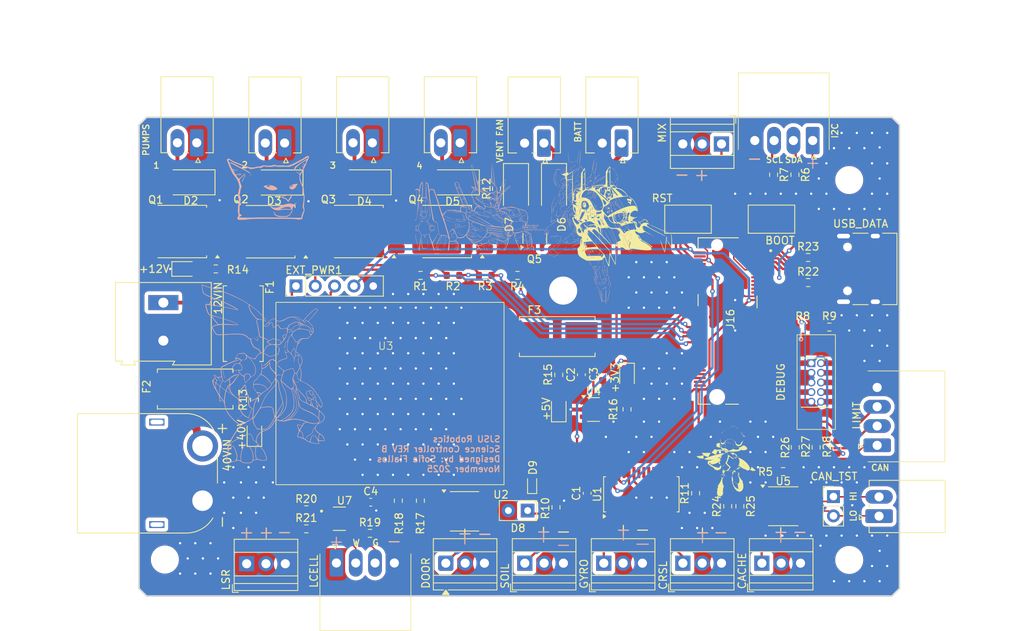
<source format=kicad_pcb>
(kicad_pcb (version 20241229) (generator "pcbnew") (generator_version "9.0")
  (layers (0 "F.Cu" signal "Front") (4 "In1.Cu" signal) (6 "In2.Cu" signal) (2 "B.Cu" signal "Back") (13 "F.Paste" user) (15 "B.Paste" user) (5 "F.SilkS" user "F.Silkscreen") (7 "B.SilkS" user "B.Silkscreen") (1 "F.Mask" user) (3 "B.Mask" user) (25 "Edge.Cuts" user))
  (net 0 "")
  (net 1 "GND")
  (net 2 "Net-(+3V3-A)")
  (net 3 "Net-(+5V1-A)")
  (net 4 "Net-(+12V1-A)")
  (net 5 "Net-(D8-K)")
  (net 6 "+5V")
  (net 7 "+40V")
  (net 8 "I2C_SCL")
  (net 9 "I2C_SDA")
  (net 10 "Net-(+40V1-A)")
  (net 11 "Net-(CAN1-Pin_1)")
  (net 12 "Net-(CAN1-Pin_2)")
  (net 16 "USB_VIN")
  (net 17 "RST")
  (net 23 "CAN_RX")
  (net 25 "USB_D-")
  (net 28 "EMTR4")
  (net 34 "SWDCK")
  (net 38 "SWDIO")
  (net 40 "Boot")
  (net 43 "CAN_TX")
  (net 46 "USB_D+")
  (net 51 "CC2")
  (net 52 "Net-(D2-A)")
  (net 53 "CC1")
  (net 56 "MINI1")
  (net 58 "+12V")
  (net 59 "Net-(D3-A)")
  (net 60 "Net-(D4-A)")
  (net 61 "Net-(D5-A)")
  (net 62 "VFAN")
  (net 63 "Net-(D6-A)")
  (net 64 "+3V3")
  (net 65 "VBATT")
  (net 68 "EMTR2")
  (net 70 "EMTR1")
  (net 72 "EMTR3")
  (net 76 "MINI2")
  (net 77 "MIX")
  (net 78 "Net-(Q1-G)")
  (net 79 "Net-(Q2-G)")
  (net 80 "Net-(Q3-G)")
  (net 81 "Net-(Q4-G)")
  (net 82 "Net-(U5-Rs)")
  (net 83 "Net-(U1-~{OE})")
  (net 84 "SRV1")
  (net 85 "SRV2")
  (net 99 "Net-(40VIN1-Pin_2)")
  (net 100 "LCELL")
  (net 101 "/Sensors/Green")
  (net 102 "/Sensors/White")
  (net 105 "Net-(R19-Pad1)")
  (net 106 "Net-(U7--)")
  (net 107 "Net-(U7-+)")
  (net 110 "Net-(U2A--)")
  (net 111 "Net-(U2A-+)")
  (net 115 "DOOR")
  (net 116 "Net-(12VIN1-Pin_1)")
  (net 117 "Net-(U3-Vout)")
  (net 118 "5")
  (net 119 "6")
  (net 120 "7")
  (footprint "Capacitor_SMD:C_0603_1608Metric" (layer "F.Cu") (at 107.7775 77.825 -90)
    (property "Reference" "C2")
    (property "Value" "1uF")
  )
  (footprint "Diode_SMD:D_SMA" (layer "F.Cu") (at 104.176411 53.54 -90)
    (property "Reference" "D6")
    (property "Value" "D_Schottky")
  )
  (footprint "Package_TO_SOT_SMD:TO-252-2" (layer "F.Cu") (at 55.18 58.975 180)
    (property "Reference" "Q1")
    (property "Value" "Q_NMOS_GDS")
  )
  (footprint "Button_Switch_SMD:SW_SPST_CK_RS282G05A3" (layer "F.Cu") (at 132.7775 57.35 180)
    (property "Reference" "BOOT")
    (property "Value" "SW_SPST")
  )
  (footprint "Package_TO_SOT_SMD:SOT-23-5" (layer "F.Cu") (at 109.3625 82.4)
    (property "Reference" "U4")
    (property "Value" "MIC5504-3.3YM5")
  )
  (footprint "SJSU_common:5VBuckModule" (layer "F.Cu") (at 67.602754 68.3)
    (property "Reference" "U3")
    (property "Value" "~")
  )
  (footprint "Resistor_SMD:R_0603_1608Metric" (layer "F.Cu") (at 133.06 51.5 90)
    (property "Reference" "R7")
    (property "Value" "5.1k")
  )
  (footprint "SJSU_common:Pluggable_Terminal_2.54mm_2P_Horizontal" (layer "F.Cu") (at 78.455 52.5975 180)
    (property "Reference" "PMP3" (hide yes))
    (property "Value" "PMP3")
  )
  (footprint "Resistor_SMD:R_0603_1608Metric" (layer "F.Cu") (at 90.895 64.75 180)
    (property "Reference" "R2")
    (property "Value" "10")
  )
  (footprint "TerminalBlock:TerminalBlock_Altech_AK300-2_P5.00mm" (layer "F.Cu") (at 52.8 68.335 -90)
    (property "Reference" "12VIN")
    (property "Value" "connect")
  )
  (footprint "Resistor_SMD:R_0603_1608Metric" (layer "F.Cu") (at 134.3 90.575)
    (property "Reference" "R5")
    (property "Value" "120")
  )
  (footprint "LED_THT:LED_D2.0mm_W4.8mm_H2.5mm_FlatTop" (layer "F.Cu") (at 100.7125 95.7 180)
    (property "Reference" "D8")
    (property "Value" "LED")
  )
  (footprint "LOGO" (layer "F.Cu") (at 112.311675 56.935203)
    (property "Reference" "G***" (hide yes))
    (property "Value" "LOGO" (hide yes))
  )
  (footprint "Resistor_SMD:R_0603_1608Metric" (layer "F.Cu") (at 71.6 95.6)
    (property "Reference" "R20")
    (property "Value" "0")
  )
  (footprint "Package_SO:SOIC-8_3.9x4.9mm_P1.27mm" (layer "F.Cu") (at 134.325 95.135)
    (property "Reference" "U5")
    (property "Value" "SN65HVD230")
  )
  (footprint "TerminalBlock:TerminalBlock_Xinya_XY308-2.54-3P_1x03_P2.54mm_Horizontal" (layer "F.Cu") (at 63.755 102.7)
    (property "Reference" "LSR")
    (property "Value" "Screw_Terminal_01x03")
  )
  (footprint "Resistor_SMD:R_0603_1608Metric" (layer "F.Cu") (at 127.019706 95.135 90)
    (property "Reference" "R24")
    (property "Value" "5.1k")
  )
  (footprint "TerminalBlock:TerminalBlock_Xinya_XY308-2.54-3P_1x03_P2.54mm_Horizontal" (layer "F.Cu") (at 121.125 102.625)
    (property "Reference" "CRSL")
    (property "Value" "Carousel")
  )
  (footprint "Resistor_SMD:R_0603_1608Metric" (layer "F.Cu") (at 86.6 94.4 90)
    (property "Reference" "R17")
    (property "Value" "150k")
  )
  (footprint "SJSU_common:Pluggable_Terminal_2.54mm_2P_Horizontal" (layer "F.Cu") (at 55.36 52.5975 180)
    (property "Reference" "PMP1" (hide yes))
    (property "Value" "PMP1")
  )
  (footprint "Resistor_SMD:R_0603_1608Metric" (layer "F.Cu") (at 135.86 51.5 -90)
    (property "Reference" "R6")
    (property "Value" "5.1k")
  )
  (footprint "Resistor_SMD:R_0603_1608Metric" (layer "F.Cu") (at 64.77767 81.133437 90)
    (property "Reference" "R13")
    (property "Value" "3.9k")
  )
  (footprint "MountingHole:MountingHole_2.2mm_M2" (layer "F.Cu") (at 53 102.15)
    (property "Reference" "H3")
    (property "Value" "MountingHole")
  )
  (footprint "Resistor_SMD:R_0603_1608Metric" (layer "F.Cu") (at 59.7 63.9)
    (property "Reference" "R14")
    (property "Value" "560")
  )
  (footprint "Resistor_SMD:R_0603_1608Metric" (layer "F.Cu") (at 95.125 64.75 180)
    (property "Reference" "R3")
    (property "Value" "10")
  )
  (footprint "SJSU_common:Pluggable_Terminal_2.54mm_4P_Horizontal" (layer "F.Cu") (at 134.17 50.45 180)
    (property "Reference" "J1" (hide yes))
    (property "Value" "I2C" (hide yes))
  )
  (footprint "Connector_PinHeader_2.54mm:PinHeader_1x02_P2.54mm_Vertical" (layer "F.Cu") (at 140.925 93.86)
    (property "Reference" "CAN_TST")
    (property "Value" "Conn_01x02_Socket")
  )
  (footprint "Package_TO_SOT_SMD:TO-252-2" (layer "F.Cu") (at 78.4 58.975 180)
    (property "Reference" "Q3")
    (property "Value" "Q_NMOS_GDS")
  )
  (footprint "SJSU_common:Pluggable_Terminal_2.54mm_2P_Horizontal" (layer "F.Cu") (at 90 52.6 180)
    (property "Reference" "PMP4" (hide yes))
    (property "Value" "PMP4")
  )
  (footprint "LED_SMD:LED_0805_2012Metric" (layer "F.Cu") (at 64.77767 85.570937 90)
    (property "Reference" "+40V")
    (property "Value" "LED_GRN")
  )
  (footprint "Resistor_SMD:R_0603_1608Metric" (layer "F.Cu") (at 136.89 71.55)
    (property "Reference" "R8")
    (property "Value" "5.1k")
  )
  (footprint "Connector_USB:USB_C_Receptacle_HRO_TYPE-C-31-M-12" (layer "F.Cu") (at 145.38 63.894212 90)
    (property "Reference" "USB_DATA")
    (property "Value" "USB_C_Receptacle_USB2.0_16P")
  )
  (footprint "LED_SMD:LED_0805_2012Metric" (layer "F.Cu") (at 113.7775 77.9875 -90)
    (property "Reference" "+3V3")
    (property "Value" "LED_GRN")
  )
  (footprint "SJSU_common:Pluggable_Terminal_2.54mm_4P_Horizontal" (layer "F.Cu") (at 79.59 99.15)
    (property "Reference" "LCELL")
    (property "Value" "Screw_Terminal_01x04")
  )
  (footprint "LED_SMD:LED_0805_2012Metric" (layer "F.Cu") (at 55.6 63.9)
    (property "Reference" "+12V")
    (property "Value" "LED_GRN")
  )
  (footprint "Resistor_SMD:R_0603_1608Metric" (layer "F.Cu") (at 140.39 71.55)
    (property "Reference" "R9")
    (property "Value" "5.1k")
  )
  (footprint "Fuse:Fuseholder_Littelfuse_Nano2_154x" (layer "F.Cu") (at 56.985 79.7 180)
    (property "Reference" "F2")
    (property "Value" "Fuse_Small")
  )
  (footprint "TerminalBlock:TerminalBlock_Xinya_XY308-2.54-3P_1x03_P2.54mm_Horizontal" (layer "F.Cu") (at 131.515 102.625)
    (property "Reference" "CACHE")
    (property "Value" "Cache")
  )
  (footprint "Connector_PinHeader_2.54mm:PinHeader_1x05_P2.54mm_Vertical" (layer "F.Cu") (at 70.24 66.15 90)
    (property "Reference" "EXT_PWR1")
    (property "Value" "Conn_01x05")
  )
  (footprint "Resistor_SMD:R_0603_1608Metric" (layer "F.Cu") (at 71.6 98.11)
    (property "Reference" "R21")
    (property "Value" "0")
  )
  (footprint "Resistor_SMD:R_0603_1608Metric" (layer "F.Cu") (at 128.619706 95.135 -90)
    (property "Reference" "R25")
    (property "Value" "5.1k")
  )
  (footprint "TerminalBlock:TerminalBlock_Xinya_XY308-2.54-3P_1x03_P2.54mm_Horizontal" (layer "F.Cu") (at 100.335 102.625)
    (property "Reference" "SOIL")
    (property "Value" "Soil_Drop")
  )
  (footprint "SJSU_common:Pluggable_Terminal_2.54mm_2P_Horizontal" (layer "F.Cu") (at 141.625 94.605 90)
    (property "Reference" "CAN1" (hide yes))
    (property "Value" "CAN")
  )
  (footprint "Resistor_SMD:R_0603_1608Metric" (layer "F.Cu") (at 104.8 77.8375 90)
    (property "Reference" "R15")
    (property "Value" "330")
  )
  (footprint "MountingHole:MountingHole_2.2mm_M2" (layer "F.Cu") (at 143 102.2)
    (property "Reference" "H2")
    (property "Value" "MountingHole")
  )
  (footprint "Fuse:Fuseholder_Littelfuse_Nano2_154x" (layer "F.Cu") (at 63.3 71.1 -90)
    (property "Reference" "F1")
    (property "Value" "Fuse_Small")
  )
  (footprint "Button_Switch_SMD:SW_SPST_CK_RS282G05A3" (layer "F.Cu") (at 121.8 57.35)
    (property "Reference" "RST")
    (property "Value" "SW_SPST")
  )
  (footprint "Graphics:mecha chocobo" (layer "F.Cu") (at 126.8 88.8)
    (property "Reference" "G***" (hide yes))
    (property "Value" "LOGO" (hide yes))
  )
  (footprint "Connector_AMASS:AMASS_XT60PW-M_1x02_P7.20mm_Horizontal" (layer "F.Cu") (at 57.95 94.4 90)
    (property "Reference" "40VIN")
    (property "Value" "xT60M")
  )
  (footprint "Resistor_SMD:R_0603_1608Metric" (layer "F.Cu") (at 113.7775 82.375 -90)
    (property "Reference" "R16")
    (property "Value" "120")
  )
  (footprint "SJSU_common:Pluggable_Terminal_2.54mm_2P_Horizontal" (layer "F.Cu") (at 111.236411 52.6375 180)
    (property "Reference" "F_BATT1" (hide yes))
    (property "Value" "F_BATT")
  )
  (footprint "Diode_SMD:D_SOD-523" (layer "F.Cu") (at 101.3 92.2 90)
    (property "Reference" "D9")
    (property "Value" "3.3V")
  )
  (footprint "Diode_SMD:D_SMA" (layer "F.Cu") (at 67.655 52.525 180)
    (property "Reference" "D3")
    (property "Value" "D_Schottky")
  )
  (footprint "TerminalBlock:TerminalBlock_Xinya_XY308-2.54-3P_1x03_P2.54mm_Horizontal" (layer "F.Cu") (at 110.725 102.625)
    (property "Reference" "GYRO")
    (property "Value" "Gyro_Arm")
  )
  (footprint "Resistor_SMD:R_0603_1608Metric" (layer "F.Cu") (at 137.6 62.394212)
    (property "Reference" "R23")
    (property "Value" "5.1k")
  )
  (footprint "Resistor_SMD:R_0603_1608Metric" (layer "F.Cu") (at 99.375 64.75 180)
    (property "Reference" "R4")
    (property "Value" "10")
  )
  (footprint "SJSU_common:Pluggable_Terminal_2.54mm_4P_Horizontal" (layer "F.Cu") (at 143.225 83.085 90)
    (property "Reference" "LIMIT")
    (property "Value" "Screw_Terminal_01x04")
  )
  (footprint "Resistor_SMD:R_0603_1608Metric" (layer "F.Cu") (at 79.975 98.7)
    (property "Reference" "R19")
    (property "Value" "200k")
  )
  (footprint "Package_SO:SOP-8_3.76x4.96mm_P1.27mm" (layer "F.Cu") (at 92.4 95.8)
    (property "Reference" "U2")
    (property "Value" "LMV358")
  )
  (footprint "Capacitor_SMD:C_0603_1608Metric" (layer "F.Cu") (at 80.075 94.6)
    (property "Reference" "C4")
    (property "Value" "0.1uF")
  )
  (footprint "Diode_SMD:D_SMA" (layer "F.Cu") (at 79.24 52.5 180)
    (property "Reference" "D4")
    (property "Value" "D_Schottky")
  )
  (footprint "TerminalBlock:TerminalBlock_Xinya_XY308-2.54-3P_1x03_P2.54mm_Horizontal" (layer "F.Cu") (at 89.945 102.625)
    (property "Reference" "DOOR")
    (property "Value" "Screw_Terminal_01x03")
  )
  (footprint "SJSU_common:Pluggable_Terminal_2.54mm_2P_Horizontal" (layer "F.Cu") (at 66.915 52.6225 180)
    (property "Reference" "PMP2" (hide yes))
    (property "Value" "PMP2")
  )
  (footprint "Resistor_SMD:R_0603_1608Metric" (layer "F.Cu") (at 141.375 87.375 90)
    (property "Reference" "R28")
    (property "Value" "5.1k")
  )
  (footprint "Diode_SMD:D_SMA" (layer "F.Cu") (at 99.176411 53.54 -90)
    (property "Reference" "D7")
    (property "Value" "D_Schottky")
  )
  (footprint "Resistor_SMD:R_0603_1608Metric" (layer "F.Cu") (at 104.4375 95.275 -90)
    (property "Reference" "R10")
    (property "Value" "100")
  )
  (footprint "Capacitor_SMD:C_0603_1608Metric" (layer "F.Cu") (at 110.5775 77.8 -90)
    (property "Reference" "C3")
    (property "Value" "1uF")
  )
  (footprint "Package_SO:TSSOP-28_4.4x9.7mm_P0.65mm" (layer "F.Cu") (at 115.6625 93.5625 90)
    (property "Reference" "U1")
    (property "Value" "PCA9685PW")
  )
  (footprint "SJSU_common:Pluggable_Terminal_2.54mm_2P_Horizontal" (layer "F.Cu") (at 101.016411 52.6375 180)
    (property "Reference" "FAN1" (hide yes))
    (property "Value" "FAN")
  )
  (footprint "Resistor_SMD:R_0603_1608Metric" (layer "F.Cu") (at 86.62 64.75 180)
    (property "Reference" "R1")
    (property "Value" "10")
  )
  (footprint "Resistor_SMD:R_0603_1608Metric" (layer "F.Cu") (at 137.6 65.7)
    (property "Reference" "R22")
    (property "Value" "5.1k")
  )
  (footprint "Resistor_SMD:R_0603_1608Metric" (layer "F.Cu") (at 96.606411 53.3375 90)
    (property "Reference" "R12")
    (property "Value" "10k")
  )
  (footprint "Resistor_SMD:R_0603_1608Metric" (layer "F.Cu") (at 83.7 94.4 90)
    (property "Reference" "R18")
    (property "Value" "10k")
  )
  (footprint "Package_TO_SOT_SMD:TO-252-2" (layer "F.Cu") (at 66.8 59 180)
    (property "Reference" "Q2")
    (property "Value" "Q_NMOS_GDS")
  )
  (footprint "SJSU_common:SWD_Conn" (layer "F.Cu") (at 138.03 70.18)
    (property "Reference" "DEBUG")
    (property "Value" "Conn_02x05_Odd_Even")
  )
  (footprint "MountingHole:MountingHole_2.2mm_M2" (layer "F.Cu") (at 143 52.2)
    (property "Reference" "H1")
    (property "Value" "MountingHole")
  )
  (footprint "Resistor_SMD:R_0603_1608Metric" (layer "F.Cu") (at 122.8 93.425 90)
    (property "Reference" "R11")
    (property "Value" "10k")
  )
  (footprint "SJSU_common:micromod" (layer "F.Cu") (at 117.375 70.75 90)
    (property "Reference" "J16")
    (property "Value" "MicroMod" (hide yes))
  )
  (footprint "TerminalBlock:TerminalBlock_Xinya_XY308-2.54-3P_1x03_P2.54mm_Horizontal" (layer "F.Cu") (at 126.2 47.45 180)
    (property "Reference" "MIX")
    (property "Value" "Screw_Terminal_01x03")
  )
  (footprint "Diode_SMD:D_SMA" (layer "F.Cu") (at 90.8425 52.5025 180)
    (property "Reference" "D5")
    (property "Value" "D_Schottky")
  )
  (footprint "Resistor_SMD:R_0603_1608Metric" (layer "F.Cu") (at 138.65 87.375 90)
    (property "Reference" "R27")
    (property "Value" "5.1k")
  )
  (footprint "Package_TO_SOT_SMD:SOT-23" (layer "F.Cu") (at 101.65 59.882234 90)
    (property "Reference" "Q5")
    (property "Value" "PMOS")
  )
  (footprint "Resistor_SMD:R_0603_1608Metric" (layer "F.Cu") (at 135.9 87.375 -90)
    (property "Reference" "R26")
    (property "Value" "5.1k")
  )
  (footprint "SJSU_common:INA350CDSIDDFR" (layer "F.Cu") (at 75.95 96.775)
    (property "Reference" "U7")
    (property "Value" "INA350CDS")
  )
  (footprint "Fuse:Fuseholder_Littelfuse_Nano2_154x" (layer "F.Cu") (at 104.6 72.8)
    (property "Reference" "F3")
    (property "Value" "Fuse_Small")
  )
  (footprint "Capacitor_SMD:C_0603_1608Metric" (layer "F.Cu") (at 108.5375 93.425 90)
    (property "Reference" "C1")
    (property "Value" "100nF")
  )
  (footprint "LED_SMD:LED_0805_2012Metric" (layer "F.Cu") (at 104.8 82.3375 90)
    (property "Reference" "+5V")
    (property "Value" "LED_GRN")
  )
  (footprint "Diode_SMD:D_SMA" (layer "F.Cu") (at 56.08 52.5 180)
    (property "Reference" "D2")
    (property "Value" "D_Schottky")
  )
  (footprint "Package_TO_SOT_SMD:TO-252-2" (layer "F.Cu") (at 90.015 58.9775 180)
    (property "Reference" "Q4")
    (property "Value" "Q_NMOS_GDS")
  )
  (footprint "Graphics:A2" (layer "B.Cu") (at 94.4 55.6 180)
    (property "Reference" "G***" (hide yes))
    (property "Value" "LOGO" (hide yes))
  )
  (footprint "Graphics:Zekrom" (layer "B.Cu") (at 65.93 77.72 180)
    (property "Reference" "G***" (hide yes))
    (property "Value" "LOGO" (hide yes))
  )
  (footprint "Graphics:Aerial" (layer "B.Cu") (at 108.080844 58.207916 180)
    (property "Reference" "G***" (hide yes))
    (property "Value" "LOGO" (hide yes))
  )
  (footprint "LOGO" (layer "B.Cu") (at 66.6 53.2 180)
    (property "Reference" "G***" (hide yes))
    (property "Value" "LOGO" (hide yes))
  )
  (gr_line (start 123.075 98.625) (end 124.375 98.625) (stroke (width 0.1524)) (layer "F.SilkS"))
  (gr_line (start 65.685 98.65) (end 66.985 98.65) (stroke (width 0.1524)) (layer "F.SilkS"))
  (gr_line (start 120.35 51.55) (end 121.65 51.55) (stroke (width 0.1524)) (layer "F.SilkS"))
  (gr_line (start 123.7 98) (end 123.7 99.3) (stroke (width 0.1524)) (layer "F.SilkS"))
  (gr_line (start 66.335 98) (end 66.335 99.3) (stroke (width 0.1524)) (layer "F.SilkS"))
  (gr_line (start 133.375 98.575) (end 134.675 98.575) (stroke (width 0.1524)) (layer "F.SilkS"))
  (gr_line (start 82.5 99.8) (end 83.8 99.8) (stroke (width 0.1524)) (layer "F.SilkS"))
  (gr_line (start 104.775 98.525) (end 106.075 98.525) (stroke (width 0.1524)) (layer "F.SilkS"))
  (gr_line (start 91.825 98.775) (end 93.125 98.775) (stroke (width 0.1524)) (layer "F.SilkS"))
  (gr_line (start 115.175 98.275) (end 116.475 98.275) (stroke (width 0.1524)) (layer "F.SilkS"))
  (gr_line (start 134 97.95) (end 134 99.25) (stroke (width 0.1524)) (layer "F.SilkS"))
  (gr_line (start 94.425 98.825) (end 95.725 98.825) (stroke (width 0.1524)) (layer "F.SilkS"))
  (gr_line (start 68.085 98.6) (end 69.385 98.6) (stroke (width 0.1524)) (layer "F.SilkS"))
  (gr_line (start 102.8 97.9) (end 102.8 99.2) (stroke (width 0.1524)) (layer "F.SilkS"))
  (gr_line (start 125.475 98.625) (end 126.775 98.625) (stroke (width 0.1524)) (layer "F.SilkS"))
  (gr_line (start 123.6 50.95) (end 123.6 52.25) (stroke (width 0.1524)) (layer "F.SilkS"))
  (gr_line (start 92.45 98.15) (end 92.45 99.45) (stroke (width 0.1524)) (layer "F.SilkS"))
  (gr_line (start 63.735 98) (end 63.735 99.3) (stroke (width 0.1524)) (layer "F.SilkS"))
  (gr_line (start 135.875 98.575) (end 137.175 98.575) (stroke (width 0.1524)) (layer "F.SilkS"))
  (gr_line (start 63.085 98.65) (end 64.385 98.65) (stroke (width 0.1524)) (layer "F.SilkS"))
  (gr_line (start 113.3 97.65) (end 113.3 98.95) (stroke (width 0.1524)) (layer "F.SilkS"))
  (gr_line (start 122.95 51.6) (end 124.25 51.6) (stroke (width 0.1524)) (layer "F.SilkS"))
  (gr_line (start 112.675 98.275) (end 113.975 98.275) (stroke (width 0.1524)) (layer "F.SilkS"))
  (gr_line (start 102.175 98.525) (end 103.475 98.525) (stroke (width 0.1524)) (layer "F.SilkS"))
  (gr_line (start 129.91 49.45) (end 131.21 49.45) (stroke (width 0.1524)) (layer "F.SilkS"))
  (gr_line (start 124.375 98.625) (end 123.075 98.625) (stroke (width 0.1524)) (layer "B.SilkS"))
  (gr_line (start 83.8 99.8) (end 82.5 99.8) (stroke (width 0.1524)) (layer "B.SilkS"))
  (gr_line (start 75.55 100.5) (end 75.55 99.2) (stroke (width 0.1524)) (layer "B.SilkS"))
  (gr_line (start 66.985 98.65) (end 65.685 98.65) (stroke (width 0.1524)) (layer "B.SilkS"))
  (gr_line (start 93.125 98.775) (end 91.825 98.775) (stroke (width 0.1524)) (layer "B.SilkS"))
  (gr_line (start 113.3 99.6) (end 113.3 98.3) (stroke (width 0.1524)) (layer "B.SilkS"))
  (gr_line (start 131.21 49.45) (end 129.91 49.45) (stroke (width 0.1524)) (layer "B.SilkS"))
  (gr_line (start 64.385 98.65) (end 63.085 98.65) (stroke (width 0.1524)) (layer "B.SilkS"))
  (gr_line (start 113.975 98.275) (end 112.675 98.275) (stroke (width 0.1524)) (layer "B.SilkS"))
  (gr_line (start 106.075 100.275) (end 104.775 100.275) (stroke (width 0.1524)) (layer "B.SilkS"))
  (gr_line (start 123.7 99.95) (end 123.7 98.65) (stroke (width 0.1524)) (layer "B.SilkS"))
  (gr_line (start 95.725 98.825) (end 94.425 98.825) (stroke (width 0.1524)) (layer "B.SilkS"))
  (gr_line (start 116.575 100.125) (end 115.075 100.125) (stroke (width 0.1524)) (layer "B.SilkS"))
  (gr_line (start 76.2 99.85) (end 74.9 99.85) (stroke (width 0.1524)) (layer "B.SilkS"))
  (gr_line (start 137.175 98.575) (end 135.875 98.575) (stroke (width 0.1524)) (layer "B.SilkS"))
  (gr_line (start 123.6 52.25) (end 123.6 50.95) (stroke (width 0.1524)) (layer "B.SilkS"))
  (gr_line (start 92.45 100.1) (end 92.45 98.8) (stroke (width 0.1524)) (layer "B.SilkS"))
  (gr_line (start 126.775 98.625) (end 125.475 98.625) (stroke (width 0.1524)) (layer "B.SilkS"))
  (gr_line (start 124.25 51.6) (end 122.95 51.6) (stroke (width 0.1524)) (layer "B.SilkS"))
  (gr_line (start 134 99.9) (end 134 98.6) (stroke (width 0.1524)) (layer "B.SilkS"))
  (gr_line (start 63.735 99.3) (end 63.735 98) (stroke (width 0.1524)) (layer "B.SilkS"))
  (gr_line (start 69.385 98.6) (end 68.085 98.6) (stroke (width 0.1524)) (layer "B.SilkS"))
  (gr_line (start 121.65 51.55) (end 120.35 51.55) (stroke (width 0.1524)) (layer "B.SilkS"))
  (gr_line (start 134.675 98.575) (end 133.375 98.575) (stroke (width 0.1524)) (layer "B.SilkS"))
  (gr_line (start 138.86 50) (end 137.56 50) (stroke (width 0.1524)) (layer "B.SilkS"))
  (gr_line (start 102.8 99.85) (end 102.8 98.55) (stroke (width 0.1524)) (layer "B.SilkS"))
  (gr_line (start 138.21 50.65) (end 138.21 49.35) (stroke (width 0.1524)) (layer "B.SilkS"))
  (gr_line (start 103.475 98.525) (end 102.175 98.525) (stroke (width 0.1524)) (layer "B.SilkS"))
  (gr_line (start 66.335 99.3) (end 66.335 98) (stroke (width 0.1524)) (layer "B.SilkS"))
  (gr_line (start 149.6 105.95) (end 149.6 44.95) (stroke (width 0.2)) (layer "Edge.Cuts"))
  (gr_line (start 49.6 105.95) (end 49.6 44.95) (stroke (width 0.2)) (layer "Edge.Cuts"))
  (gr_line (start 50.6 43.95) (end 49.6 44.95) (stroke (width 0.2)) (layer "Edge.Cuts"))
  (gr_line (start 50.6 106.95) (end 49.6 105.95) (stroke (width 0.2)) (layer "Edge.Cuts"))
  (gr_line (start 149.6 44.95) (end 148.6 43.95) (stroke (width 0.2)) (layer "Edge.Cuts"))
  (gr_line (start 149.6 105.95) (end 148.6 106.95) (stroke (width 0.2)) (layer "Edge.Cuts"))
  (gr_line (start 148.6 106.95) (end 50.6 106.95) (stroke (width 0.2)) (layer "Edge.Cuts"))
  (gr_line (start 148.6 43.95) (end 50.6 43.95) (stroke (width 0.2)) (layer "Edge.Cuts"))
  (gr_text "G" (at 80.2 100.4 0) (layer "F.SilkS") (effects (font (size 0.8128 0.8128) (thickness 0.1524) (bold yes)) (justify left bottom)))
  (gr_text "PUMPS" (at 51 49.1 90) (layer "F.SilkS") (effects (font (size 0.8128 0.8128) (thickness 0.1524) (bold yes)) (justify left bottom)))
  (gr_text "W" (at 77.6 100.4 0) (layer "F.SilkS") (effects (font (size 0.8128 0.8128) (thickness 0.1524) (bold yes)) (justify left bottom)))
  (gr_text "BATT" (at 107.8 47.34 90) (layer "F.SilkS") (effects (font (size 0.8128 0.8128) (thickness 0.1524) (bold yes)) (justify left bottom)))
  (gr_text "SCL" (at 131.96 50 0) (layer "F.SilkS") (effects (font (size 0.8128 0.8128) (thickness 0.1524) (bold yes)) (justify left bottom)))
  (gr_text "CAN" (at 145.8 90.535 0) (layer "F.SilkS") (effects (font (size 0.8128 0.8128) (thickness 0.1524) (bold yes)) (justify left bottom)))
  (gr_text "SDA" (at 134.46 50 0) (layer "F.SilkS") (effects (font (size 0.8128 0.8128) (thickness 0.1524) (bold yes)) (justify left bottom)))
  (gr_text "4" (at 85.99 50.8 0) (layer "F.SilkS") (effects (font (size 0.8128 0.8128) (thickness 0.1524) (bold yes)) (justify left bottom)))
  (gr_text "2" (at 63.013687 50.684519 0) (layer "F.SilkS") (effects (font (size 0.8128 0.8128) (thickness 0.1524) (bold yes)) (justify left bottom)))
  (gr_text "HI" (at 144.025 94.535 90) (layer "F.SilkS") (effects (font (size 0.8128 0.8128) (thickness 0.1524) (bold yes)) (justify left bottom)))
  (gr_text "I2C" (at 141.6 46.8 90) (layer "F.SilkS") (effects (font (size 0.8128 0.8128) (thickness 0.1524) (bold yes)) (justify left bottom)))
  (gr_text "VENT FAN" (at 97.526411 50.03 90) (layer "F.SilkS") (effects (font (size 0.8128 0.8128) (thickness 0.1524) (bold yes)) (justify left bottom)))
  (gr_text "LO" (at 144.025 97.235 90) (layer "F.SilkS") (effects (font (size 0.8128 0.8128) (thickness 0.1524) (bold yes)) (justify left bottom)))
  (gr_text "1" (at 51.4 50.75 0) (layer "F.SilkS") (effects (font (size 0.8128 0.8128) (thickness 0.1524) (bold yes)) (justify left bottom)))
  (gr_text "3" (at 74.6 50.75 0) (layer "F.SilkS") (effects (font (size 0.8128 0.8128) (thickness 0.1524) (bold yes)) (justify left bottom)))
  (gr_text "SJSU Robotics\nScience Controller REV B\nDesigned by: Sofia Fiallos\nNovember 2025" (at 97.2 90.7 0) (layer "B.SilkS") (effects (font (size 0.8128 0.8128) (thickness 0.1524) (bold yes)) (justify left bottom mirror)))
  (segment (start 80.8 95.7) (end 80.8 94.65) (width 0.5) (layer "F.Cu") (net 1))
  (segment (start 118.4775 56.85) (end 120.65 56.85) (width 0.5) (layer "F.Cu") (net 1))
  (segment (start 125 98) (end 123 98) (width 0.3) (layer "F.Cu") (net 1))
  (segment (start 133.7 71.494404) (end 133.7 76.75) (width 0.3) (layer "F.Cu") (net 1))
  (segment (start 130.005409 71) (end 129.715 70.709591) (width 0.3) (layer "F.Cu") (net 1))
  (segment (start 144.45 71.55) (end 146.43 69.57) (width 0.3) (layer "F.Cu") (net 1))
  (segment (start 104.7 83.3) (end 104.8 83.2) (width 0.5) (layer "F.Cu") (net 1))
  (segment (start 111.4375 96.425) (end 114.0375 96.425) (width 0.127) (layer "F.Cu") (net 1))
  (segment (start 83.5 102.28) (end 83.18 102.6) (width 0.127) (layer "F.Cu") (net 1))
  (segment (start 127.1 50.4) (end 129.7 50.4) (width 0.5) (layer "F.Cu") (net 1))
  (segment (start 129.915 61.5) (end 129.515 61.9) (width 0.3) (layer "F.Cu") (net 1))
  (segment (start 105.5 94.4) (end 105.45 94.45) (width 0.5) (layer "F.Cu") (net 1))
  (segment (start 121 98) (end 120.4 98) (width 0.3) (layer "F.Cu") (net 1))
  (segment (start 129.7 50.4) (end 130.7 49.4) (width 0.5) (layer "F.Cu") (net 1))
  (segment (start 110.5775 77.025) (end 113.7525 77.025) (width 0.127) (layer "F.Cu") (net 1))
  (segment (start 132.95 94.5) (end 134.275 95.825) (width 0.3) (layer "F.Cu") (net 1))
  (segment (start 134.52 77.57) (end 136.14 77.57) (width 0.3) (layer "F.Cu") (net 1))
  (segment (start 141.215 71.55) (end 144.45 71.55) (width 0.3) (layer "F.Cu") (net 1))
  (segment (start 105.45 94.45) (end 104.4375 94.45) (width 0.5) (layer "F.Cu") (net 1))
  (segment (start 83.7 93.575) (end 81.875 93.575) (width 0.5) (layer "F.Cu") (net 1))
  (segment (start 140.33 70.69) (end 141.19 71.55) (width 0.3) (layer "F.Cu") (net 1))
  (segment (start 105.6 82.4) (end 104.8 83.2) (width 0.5) (layer "F.Cu") (net 1))
  (segment (start 136.525 65.894212) (end 136.525 67.845) (width 0.3) (layer "F.Cu") (net 1))
  (segment (start 131.777596 69.572) (end 133.7 71.494404) (width 0.3) (layer "F.Cu") (net 1))
  (segment (start 83.7 93.575) (end 83.7 93) (width 0.5) (layer "F.Cu") (net 1))
  (segment (start 68.990088 84.575) (end 70.224504 85.809416) (width 0.127) (layer "F.Cu") (net 1))
  (segment (start 114.5 77.05) (end 113.7775 77.05) (width 0.3) (layer "F.Cu") (net 1))
  (segment (start 133.7 76.75) (end 134.52 77.57) (width 0.3) (layer "F.Cu") (net 1))
  (segment (start 134 61.5) (end 130.9 61.5) (width 0.3) (layer "F.Cu") (net 1))
  (segment (start 119.8875 96.425) (end 122.0625 94.25) (width 0.127) (layer "F.Cu") (net 1))
  (segment (start 77.1 97.95) (end 78.85 99.7) (width 0.5) (layer "F.Cu") (net 1))
  (segment (start 129.515 62.6) (end 129.915 63) (width 0.3) (layer "F.Cu") (net 1))
  (segment (start 142.6 82.8) (end 145.905 79.495) (width 0.3) (layer "F.Cu") (net 1))
  (segment (start 120.4 98) (end 119.8875 97.4875) (width 0.3) (layer "F.Cu") (net 1))
  (segment (start 83.28 98.72) (end 83.28 103.3) (width 0.4) (layer "F.Cu") (net 1))
  (segment (start 133.347358 63) (end 134.247358 63.9) (width 0.3) (layer "F.Cu") (net 1))
  (segment (start 89.3575 97.8) (end 89.1575 97.6) (width 0.4) (layer "F.Cu") (net 1))
  (segment (start 135.35 63.9) (end 136.775 65.325) (width 0.3) (layer "F.Cu") (net 1))
  (segment (start 130.9 63) (end 133.347358 63) (width 0.3) (layer "F.Cu") (net 1))
  (segment (start 126.905 102.625) (end 126.305 102.625) (width 0.127) (layer "F.Cu") (net 1))
  (segment (start 130.9 61.5) (end 129.915 61.5) (width 0.3) (layer "F.Cu") (net 1))
  (segment (start 60.2 54.85) (end 60.22 54.87) (width 0.5) (layer "F.Cu") (net 1))
  (segment (start 114.0375 90.7) (end 114.0375 96.425) (width 0.3) (layer "F.Cu") (net 1))
  (segment (start 78.85 99.7) (end 81.3 99.7) (width 0.5) (layer "F.Cu") (net 1))
  (segment (start 139.37 70.69) (end 140.33 70.69) (width 0.3) (layer "F.Cu") (net 1))
  (segment (start 125 98) (end 125.325 98.325) (width 0.3) (layer "F.Cu") (net 1))
  (segment (start 130.125 81.1) (end 130.125 80.775) (width 0.3) (layer "F.Cu") (net 1))
  (segment (start 136.775 65.325) (end 136.775 65.7) (width 0.3) (layer "F.Cu") (net 1))
  (segment (start 130.9 69.5) (end 130.972 69.572) (width 0.3) (layer "F.Cu") (net 1))
  (segment (start 68.333941 86.508437) (end 69.324504 87.499) (width 0.127) (layer "F.Cu") (net 1))
  (segment (start 123 98) (end 121 98) (width 0.3) (layer "F.Cu") (net 1))
  (segment (start 106.35 82.4) (end 105.6 82.4) (width 0.5) (layer "F.Cu") (net 1))
  (segment (start 129.965 69.5) (end 130.9 69.5) (width 0.3) (layer "F.Cu") (net 1))
  (segment (start 83.7 93) (end 84.7 92) (width 0.5) (layer "F.Cu") (net 1))
  (segment (start 136.55 62.394212) (end 134.894212 62.394212) (width 0.3) (layer "F.Cu") (net 1))
  (segment (start 95.875496 90.030914) (end 95.875496 87.490914) (width 0.127) (layer "F.Cu") (net 1))
  (segment (start 108.25 77.05) (end 111.5 73.8) (width 0.5) (layer "F.Cu") (net 1))
  (segment (start 130.972 69.572) (end 131.777596 69.572) (width 0.3) (layer "F.Cu") (net 1))
  (segment (start 130.9 72.5) (end 131.865 72.5) (width 0.3) (layer "F.Cu") (net 1))
  (segment (start 97.863911 47.0525) (end 100.331411 47.0525) (width 0.5) (layer "F.Cu") (net 1))
  (segment (start 131.865 72.5) (end 132.115 72.25) (width 0.3) (layer "F.Cu") (net 1))
  (segment (start 80.8 94.65) (end 80.85 94.6) (width 0.127) (layer "F.Cu") (net 1))
  (segment (start 134.275 95.825) (end 134.275 98.925) (width 0.3) (layer "F.Cu") (net 1))
  (segment (start 83.455 56.945) (end 83.455 54.945) (width 0.5) (layer "F.Cu") (net 1))
  (segment (start 133.6 93.56) (end 132.66 94.5) (width 0.3) (layer "F.Cu") (net 1))
  (segment (start 122.0625 94.25) (end 122.9375 94.25) (width 0.127) (layer "F.Cu") (net 1))
  (segment (start 113.2 61) (end 116.85 57.35) (width 0.5) (layer "F.Cu") (net 1))
  (segment (start 129.715 69.75) (end 129.965 69.5) (width 0.3) (layer "F.Cu") (net 1))
  (segment (start 69.7 90.1) (end 69.7 82.46) (width 0.127) (layer "F.Cu") (net 1))
  (segment (start 94.05 92) (end 96.2 89.85) (width 0.5) (layer "F.Cu") (net 1))
  (segment (start 131.865 71) (end 130.9 71) (width 0.3) (layer "F.Cu") (net 1))
  (segment (start 130.9 61.175) (end 130.125 60.4) (width 0.3) (layer "F.Cu") (net 1))
  (segment (start 133.5 90.335) (end 133.6 90.435) (width 0.3) (layer "F.Cu") (net 1))
  (segment (start 123.35 70.25) (end 121.3 70.25) (width 0.3) (layer "F.Cu") (net 1))
  (segment (start 141.7 67.639212) (end 141.7 67.094212) (width 0.3) (layer "F.Cu") (net 1))
  (segment (start 82.88 101.28) (end 83.18 101.28) (width 0.5) (layer "F.Cu") (net 1))
  (segment (start 139.44 82.8) (end 142.6 82.8) (width 0.3) (layer "F.Cu") (net 1))
  (segment (start 134.894212 62.394212) (end 134 61.5) (width 0.3) (layer "F.Cu") (net 1))
  (segment (start 106.35 82.4) (end 108.04 82.4) (width 0.5) (layer "F.Cu") (net 1))
  (segment (start 84.7 92) (end 94.05 92) (width 0.5) (layer "F.Cu") (net 1))
  (segment (start 130.9 61.5) (end 130.9 61.175) (width 0.3) (layer "F.Cu") (net 1))
  (segment (start 141.19 71.55) (end 141.215 71.55) (width 0.3) (layer "F.Cu") (net 1))
  (segment (start 95.888492 82.551914) (end 96.340406 82.1) (width 0.5) (layer "F.Cu") (net 1))
  (segment (start 122.9375 94.4) (end 122.9375 94.25) (width 0.3) (layer "F.Cu") (net 1))
  (segment (start 96.606411 52.5125) (end 95.055 54.063911) (width 0.5) (layer "F.Cu") (net 1))
  (segment (start 111.5 73.8) (end 111.5 66.9) (width 0.5) (layer "F.Cu") (net 1))
  (segment (start 131.85 94.5) (end 132.95 94.5) (width 0.3) (layer "F.Cu") (net 1))
  (segment (start 111.5 66.9) (end 109.9 65.3) (width 0.5) (layer "F.Cu") (net 1))
  (segment (start 95.888492 87.651914) (end 95.888492 82.551914) (width 0.5) (layer "F.Cu") (net 1))
  (segment (start 89.1575 97.6) (end 84.4 97.6) (width 0.4) (layer "F.Cu") (net 1))
  (segment (start 114.0375 90.7) (end 113.3875 90.7) (width 0.3) (layer "F.Cu") (net 1))
  (segment (start 138.02 81.38) (end 139.44 82.8) (width 0.3) (layer "F.Cu") (net 1))
  (segment (start 109.9 65.3) (end 106.825 65.3) (width 0.5) (layer "F.Cu") (net 1))
  (segment (start 109.2125 94.2) (end 111.4375 96.425) (width 0.127) (layer "F.Cu") (net 1))
  (segment (start 83.18 101.28) (end 83.18 102.6) (width 0.127) (layer "F.Cu") (net 1))
  (segment (start 71.88 54.99) (end 71.88 56.9325) (width 0.5) (layer "F.Cu") (net 1))
  (segment (start 104.7875 83.2125) (end 104.8 83.2) (width 0.5) (layer "F.Cu") (net 1))
  (segment (start 113.7525 77.025) (end 113.7775 77.05) (width 0.127) (layer "F.Cu") (net 1))
  (segment (start 130.7 49.4) (end 130.7 47.12) (width 0.5) (layer "F.Cu") (net 1))
  (segment (start 60.22 54.87) (end 60.22 57.0675) (width 0.5) (layer "F.Cu") (net 1))
  (segment (start 129.515 61.9) (end 129.515 62.6) (width 0.3) (layer "F.Cu") (net 1))
  (segment (start 95.055 54.063911) (end 95.055 56.6975) (width 0.5) (layer "F.Cu") (net 1))
  (segment (start 146.43 69.57) (end 146.43 68.214212) (width 0.3) (layer "F.Cu") (net 1))
  (segment (start 116.85 57.35) (end 117.9775 57.35) (width 0.5) (layer "F.Cu") (net 1))
  (segment (start 136.55 65.894212) (end 136.55 65.644212) (width 0.3) (layer "F.Cu") (net 1))
  (segment (start 96.606411 52.5125) (end 96.606411 48.31) (width 0.5) (layer "F.Cu") (net 1))
  (segment (start 83.455 54.945) (end 83.41 54.9) (width 0.5) (layer "F.Cu") (net 1))
  (segment (start 116.205 102.625) (end 116.405 102.625) (width 0.127) (layer "F.Cu") (net 1))
  (segment (start 54.6625 63.9) (end 53.7 63.9) (width 0.3) (layer "F.Cu") (net 1))
  (segment (start 117.9775 57.35) (end 118.4775 56.85) (width 0.5) (layer "F.Cu") (net 1))
  (segment (start 81.875 93.575) (end 80.85 94.6) (width 0.5) (layer "F.Cu") (net 1))
  (segment (start 64.77767 86.508437) (end 68.333941 86.508437) (width 0.127) (layer "F.Cu") (net 1))
  (segment (start 121.3 70.25) (end 114.5 77.05) (width 0.3) (layer "F.Cu") (net 1))
  (segment (start 96.606411 48.31) (end 97.863911 47.0525) (width 0.5) (layer "F.Cu") (net 1))
  (segment (start 106.825 65.3) (end 105.375 66.75) (width 0.5) (layer "F.Cu") (net 1))
  (segment (start 141.7 60.694212) (end 141.7 60.149212) (width 0.3) (layer "F.Cu") (net 1))
  (segment (start 107.7775 77.05) (end 108.25 77.05) (width 0.5) (layer "F.Cu") (net 1))
  (segment (start 130.7 47.12) (end 130.58 47) (width 0.5) (layer "F.Cu") (net 1))
  (segment (start 129.915 63) (end 130.9 63) (width 0.3) (layer "F.Cu") (net 1))
  (segment (start 84.4 97.6) (end 83.28 98.72) (width 0.4) (layer "F.Cu") (net 1))
  (segment (start 130.9 71) (end 130.005409 71) (width 0.3) (layer "F.Cu") (net 1))
  (segment (start 132.115 72.25) (end 132.115 71.25) (width 0.3) (layer "F.Cu") (net 1))
  (segment (start 110.5775 77.025) (end 113.2 74.4025) (width 0.5) (layer "F.Cu") (net 1))
  (segment (start 133.6 90.435) (end 133.6 93.56) (width 0.3) (layer "F.Cu") (net 1))
  (segment (start 69.649008 90.350992) (end 69.649008 89.858086) (width 0.127) (layer "F.Cu") (net 1))
  (segment (start 145.905 79.495) (end 146.675 79.495) (width 0.3) (layer "F.Cu") (net 1))
  (segment (start 108.5375 94.2) (end 109.2125 94.2) (width 0.127) (layer "F.Cu") (net 1))
  (segment (start 129.715 70.709591) (end 129.715 69.75) (width 0.3) (layer "F.Cu") (net 1))
  (segment (start 74.8 97.75) (end 77.1 97.75) (width 0.5) (layer "F.Cu") (net 1))
  (segment (start 134.247358 63.9) (end 135.35 63.9) (width 0.3) (layer "F.Cu") (net 1))
  (segment (start 119.8875 97.4875) (end 119.8875 96.425) (width 0.3) (layer "F.Cu") (net 1))
  (segment (start 113.2 74.4025) (end 113.2 61) (width 0.5) (layer "F.Cu") (net 1))
  (segment (start 81.3 99.7) (end 82.88 101.28) (width 0.5) (layer "F.Cu") (net 1))
  (segment (start 130.125 60.4) (end 133.6275 60.4) (width 0.3) (layer "F.Cu") (net 1))
  (segment (start 136.525 67.845) (end 139.37 70.69) (width 0.3) (layer "F.Cu") (net 1))
  (segment (start 77.1 97.75) (end 77.1 97.95) (width 0.5) (layer "F.Cu") (net 1))
  (segment (start 132.115 71.25) (end 131.865 71) (width 0.3) (layer "F.Cu") (net 1))
  (segment (start 132.66 94.5) (end 131.85 94.5) (width 0.3) (layer "F.Cu") (net 1))
  (segment (start 58.35 94) (end 57.95 94.4) (width 0.127) (layer "F.Cu") (net 1))
  (segment (start 120.65 56.85) (end 127.1 50.4) (width 0.5) (layer "F.Cu") (net 1))
  (segment (start 133.6275 60.4) (end 136.6775 57.35) (width 0.3) (layer "F.Cu") (net 1))
  (segment (start 130.125 80.775) (end 130.9 80) (width 0.3) (layer "F.Cu") (net 1))
  (segment (start 141.7 60.149212) (end 142.275 59.574212) (width 0.3) (layer "F.Cu") (net 1))
  (via (at 118 84) (size 0.6) (drill 0.3) (layers "F.Cu" "B.Cu") (net 1))
  (via (at 85 71) (size 0.6) (drill 0.3) (layers "F.Cu" "B.Cu") (net 1))
  (via (at 147 72) (size 0.6) (drill 0.3) (layers "F.Cu" "B.Cu") (net 1))
  (via (at 122 96) (size 0.6) (drill 0.3) (layers "F.Cu" "B.Cu") (net 1))
  (via (at 128 68) (size 0.6) (drill 0.3) (layers "F.Cu" "B.Cu") (net 1))
  (via (at 55 100) (size 0.6) (drill 0.3) (layers "F.Cu" "B.Cu") (net 1))
  (via (at 81 87) (size 0.6) (drill 0.3) (layers "F.Cu" "B.Cu") (net 1))
  (via (at 116 84) (size 0.6) (drill 0.3) (layers "F.Cu" "B.Cu") (net 1))
  (via (at 83 83) (size 0.6) (drill 0.3) (layers "F.Cu" "B.Cu") (net 1))
  (via (at 144 99) (size 0.6) (drill 0.3) (layers "F.Cu" "B.Cu") (net 1))
  (via (at 147 76) (size 0.6) (drill 0.3) (layers "F.Cu" "B.Cu") (net 1))
  (via (at 115 86) (size 0.6) (drill 0.3) (layers "F.Cu" "B.Cu") (net 1))
  (via (at 91 67.2) (size 0.6) (drill 0.3) (layers "F.Cu" "B.Cu") (net 1))
  (via (at 139 52) (size 0.6) (drill 0.3) (layers "F.Cu" "B.Cu") (net 1))
  (via (at 62 98) (size 0.6) (drill 0.3) (layers "F.Cu" "B.Cu") (net 1))
  (via (at 79 83) (size 0.6) (drill 0.3) (layers "F.Cu" "B.Cu") (net 1))
  (via (at 134 54) (size 0.6) (drill 0.3) (layers "F.Cu" "B.Cu") (net 1))
  (via (at 86 73) (size 0.6) (drill 0.3) (layers "F.Cu" "B.Cu") (net 1))
  (via (at 114 69) (size 0.6) (drill 0.3) (layers "F.Cu" "B.Cu") (net 1))
  (via (at 63 92) (size 0.6) (drill 0.3) (layers "F.Cu" "B.Cu") (net 1))
  (via (at 144 92) (size 0.6) (drill 0.3) (layers "F.Cu" "B.Cu") (net 1))
  (via (at 82 69) (size 0.6) (drill 0.3) (layers "F.Cu" "B.Cu") (net 1))
  (via (at 90 85) (size 0.6) (drill 0.3) (layers "F.Cu" "B.Cu") (net 1))
  (via (at 82 81) (size 0.6) (drill 0.3) (layers "F.Cu" "B.Cu") (net 1))
  (via (at 80 81) (size 0.6) (drill 0.3) (layers "F.Cu" "B.Cu") (net 1))
  (via (at 90 73) (size 0.6) (drill 0.3) (layers "F.Cu" "B.Cu") (net 1))
  (via (at 88 81) (size 0.6) (drill 0.3) (layers "F.Cu" "B.Cu") (net 1))
  (via (at 86 77) (size 0.6) (drill 0.3) (layers "F.Cu" "B.Cu") (net 1))
  (via (at 89 71) (size 0.6) (drill 0.3) (layers "F.Cu" "B.Cu") (net 1))
  (via (at 105.5 94.4) (size 0.6) (drill 0.3) (layers "F.Cu" "B.Cu") (net 1))
  (via (at 145 76) (size 0.6) (drill 0.3) (layers "F.Cu" "B.Cu") (net 1))
  (via (at 119 75) (size 0.6) (drill 0.3) (layers "F.Cu" "B.Cu") (net 1))
  (via (at 126 88) (size 0.6) (drill 0.3) (layers "F.Cu" "B.Cu") (net 1))
  (via (at 139 90) (size 0.6) (drill 0.3) (layers "F.Cu" "B.Cu") (net 1))
  (via (at 81 91) (size 0.6) (drill 0.3) (layers "F.Cu" "B.Cu") (net 1))
  (via (at 148 46) (size 0.6) (drill 0.3) (layers "F.Cu" "B.Cu") (net 1))
  (via (at 136 54) (size 0.6) (drill 0.3) (layers "F.Cu" "B.Cu") (net 1))
  (via (at 136.2 99) (size 0.6) (drill 0.3) (layers "F.Cu" "B.Cu") (net 1))
  (via (at 55 104) (size 0.6) (drill 0.3) (layers "F.Cu" "B.Cu") (net 1))
  (via (at 140 50) (size 0.6) (drill 0.3) (layers "F.Cu" "B.Cu") (net 1))
  (via (at 117 79) (size 0.6) (drill 0.3) (layers "F.Cu" "B.Cu") (net 1))
  (via (at 122 88) (size 0.6) (drill 0.3) (layers "F.Cu" "B.Cu") (net 1))
  (via (at 88 89) (size 0.6) (drill 0.3) (layers "F.Cu" "B.Cu") (net 1))
  (via (at 84 89) (size 0.6) (drill 0.3) (layers "F.Cu" "B.Cu") (net 1))
  (via (at 87 75) (size 0.6) (drill 0.3) (layers "F.Cu" "B.Cu") (net 1))
  (via (at 116 88) (size 0.6) (drill 0.3) (layers "F.Cu" "B.Cu") (net 1))
  (via (at 130 92) (size 0.6) (drill 0.3) (layers "F.Cu" "B.Cu") (net 1))
  (via (at 128 54) (size 0.6) (drill 0.3) (layers "F.Cu" "B.Cu") (net 1))
  (via (at 81 79) (size 0.6) (drill 0.3) (layers "F.Cu" "B.Cu") (net 1))
  (via (at 118 69) (size 0.6) (drill 0.3) (layers "F.Cu" "B.Cu") (net 1))
  (via (at 121 79) (size 0.6) (drill 0.3) (layers "F.Cu" "B.Cu") (net 1))
  (via (at 77 79) (size 0.6) (drill 0.3) (layers "F.Cu" "B.Cu") (net 1))
  (via (at 78 69) (size 0.6) (drill 0.3) (layers "F.Cu" "B.Cu") (net 1))
  (via (at 91 87) (size 0.6) (drill 0.3) (layers "F.Cu" "B.Cu") (net 1))
  (via (at 84 77) (size 0.6) (drill 0.3) (layers "F.Cu" "B.Cu") (net 1))
  (via (at 77 83) (size 0.6) (drill 0.3) (layers "F.Cu" "B.Cu") (net 1))
  (via (at 91 75) (size 0.6) (drill 0.3) (layers "F.Cu" "B.Cu") (net 1))
  (via (at 117 67) (size 0.6) (drill 0.3) (layers "F.Cu" "B.Cu") (net 1))
  (via (at 116 77) (size 0.6) (drill 0.3) (layers "F.Cu" "B.Cu") (net 1))
  (via (at 80 85) (size 0.6) (drill 0.3) (layers "F.Cu" "B.Cu") (net 1))
  (via (at 79 79) (size 0.6) (drill 0.3) (layers "F.Cu" "B.Cu") (net 1))
  (via (at 78 73) (size 0.6) (drill 0.3) (layers "F.Cu" "B.Cu") (net 1))
  (via (at 119 79) (size 0.6) (drill 0.3) (layers "F.Cu" "B.Cu") (net 1))
  (via (at 78 81) (size 0.6) (drill 0.3) (layers "F.Cu" "B.Cu") (net 1))
  (via (at 131 90) (size 0.6) (drill 0.3) (layers "F.Cu" "B.Cu") (net 1))
  (via (at 143 48) (size 0.6) (drill 0.3) (layers "F.Cu" "B.Cu") (net 1))
  (via (at 123 90) (size 0.6) (drill 0.3) (layers "F.Cu" "B.Cu") (net 1))
  (via (at 125 98) (size 0.6) (drill 0.3) (layers "F.Cu" "B.Cu") (net 1))
  (via (at 79 75) (size 0.6) (drill 0.3) (layers "F.Cu" "B.Cu") (net 1))
  (via (at 82 73) (size 0.6) (drill 0.3) (layers "F.Cu" "B.Cu") (net 1))
  (via (at 77 75) (size 0.6) (drill 0.3) (layers "F.Cu" "B.Cu") (net 1))
  (via (at 138 92) (size 0.6) (drill 0.3) (layers "F.Cu" "B.Cu") (net 1))
  (via (at 142 92) (size 0.6) (drill 0.3) (layers "F.Cu" "B.Cu") (net 1))
  (via (at 89 87) (size 0.6) (drill 0.3) (layers "F.Cu" "B.Cu") (net 1))
  (via (at 89 79) (size 0.6) (drill 0.3) (layers "F.Cu" "B.Cu") (net 1))
  (via (at 145 72) (size 0.6) (drill 0.3) (layers "F.Cu" "B.Cu") (net 1))
  (via (at 147 56) (size 0.6) (drill 0.3) (layers "F.Cu" "B.Cu") (net 1))
  (via (at 91 79) (size 0.6) (drill 0.3) (layers "F.Cu" "B.Cu") (net 1))
  (via (at 88 85) (size 0.6) (drill 0.3) (layers "F.Cu" "B.Cu") (net 1))
  (via (at 144 70) (size 0.6) (drill 0.3) (layers "F.Cu" "B.Cu") (net 1))
  (via (at 119 63) (size 0.6) (drill 0.3) (layers "F.Cu" "B.Cu") (net 1))
  (via (at 132 84) (size 0.6) (drill 0.3) (layers "F.Cu" "B.Cu") (net 1))
  (via (at 147 52) (size 0.6) (drill 0.3) (layers "F.Cu" "B.Cu") (net 1))
  (via (at 82 85) (size 0.6) (drill 0.3) (layers "F.Cu" "B.Cu") (net 1))
  (via (at 140 99) (size 0.6) (drill 0.3) (layers "F.Cu" "B.Cu") (net 1))
  (via (at 84 73) (size 0.6) (drill 0.3) (layers "F.Cu" "B.Cu") (net 1))
  (via (at 118 77) (size 0.6) (drill 0.3) (layers "F.Cu" "B.Cu") (net 1))
  (via (at 130 88) (size 0.6) (drill 0.3) (layers "F.Cu" "B.Cu") (net 1))
  (via (at 121 90) (size 0.6) (drill 0.3) (layers "F.Cu" "B.Cu") (net 1))
  (via (at 139.225 100.325) (size 0.6) (drill 0.3) (layers "F.Cu" "B.Cu") (net 1))
  (via (at 81 75) (size 0.6) (drill 0.3) (layers "F.Cu" "B.Cu") (net 1))
  (via (at 77 71) (size 0.6) (drill 0.3) (layers "F.Cu" "B.Cu") (net 1))
  (via (at 143 56) (size 0.6) (drill 0.3) (layers "F.Cu" "B.Cu") (net 1))
  (via (at 116 81) (size 0.6) (drill 0.3) (layers "F.Cu" "B.Cu") (net 1))
  (via (at 114 88) (size 0.6) (drill 0.3) (layers "F.Cu" "B.Cu") (net 1))
  (via (at 146 50) (size 0.6) (drill 0.3) (layers "F.Cu" "B.Cu") (net 1))
  (via (at 80 89) (size 0.6) (drill 0.3) (layers "F.Cu" "B.Cu") (net 1))
  (via (at 145 105) (size 0.6) (drill 0.3) (layers "F.Cu" "B.Cu") (net 1))
  (via (at 142 46) (size 0.6) (drill 0.3) (layers "F.Cu" "B.Cu") (net 1))
  (via (at 143 72) (size 0.6) (drill 0.3) (layers "F.Cu" "B.Cu") (net 1))
  (via (at 146 70) (size 0.6) (drill 0.3) (layers "F.Cu" "B.Cu") (net 1))
  (via (at 83 87) (size 0.6) (drill 0.3) (layers "F.Cu" "B.Cu") (net 1))
  (via (at 139 56) (size 0.6) (drill 0.3) (layers "F.Cu" "B.Cu") (net 1))
  (via (at 87 87) (size 0.6) (drill 0.3) (layers "F.Cu" "B.Cu") (net 1))
  (via (at 79 87) (size 0.6) (drill 0.3) (layers "F.Cu" "B.Cu") (net 1))
  (via (at 76 77) (size 0.6) (drill 0.3) (layers "F.Cu" "B.Cu") (net 1))
  (via (at 92 69) (size 0.6) (drill 0.3) (layers "F.Cu" "B.Cu") (net 1))
  (via (at 147 101) (size 0.6) (drill 0.3) (layers "F.Cu" "B.Cu") (net 1))
  (via (at 133 86) (size 0.6) (drill 0.3) (layers "F.Cu" "B.Cu") (net 1))
  (via (at 143.4 95) (size 0.6) (drill 0.3) (layers "F.Cu" "B.Cu") (net 1))
  (via (at 66 90) (size 0.6) (drill 0.3) (layers "F.Cu" "B.Cu") (net 1))
  (via (at 86 69) (size 0.6) (drill 0.3) (layers "F.Cu" "B.Cu") (net 1))
  (via (at 138 54) (size 0.6) (drill 0.3) (layers "F.Cu" "B.Cu") (net 1))
  (via (at 81 71) (size 0.6) (drill 0.3) (layers "F.Cu" "B.Cu") (net 1))
  (via (at 120 77) (size 0.6) (drill 0.3) (layers "F.Cu" "B.Cu") (net 1))
  (via (at 53.7 63.9) (size 0.6) (drill 0.3) (layers "F.Cu" "B.Cu") (net 1))
  (via (at 79 71) (size 0.6) (drill 0.3) (layers "F.Cu" "B.Cu") (net 1))
  (via (at 87 91) (size 0.6) (drill 0.3) (layers "F.Cu" "B.Cu") (net 1))
  (via (at 112 84) (size 0.6) (drill 0.3) (layers "F.Cu" "B.Cu") (net 1))
  (via (at 140 92) (size 0.6) (drill 0.3) (layers "F.Cu" "B.Cu") (net 1))
  (via (at 88 77) (size 0.6) (drill 0.3) (layers "F.Cu" "B.Cu") (net 1))
  (via (at 90 81) (size 0.6) (drill 0.3) (layers "F.Cu" "B.Cu") (net 1))
  (via (at 78 89) (size 0.6) (drill 0.3) (layers "F.Cu" "B.Cu") (net 1))
  (via (at 83 75) (size 0.6) (drill 0.3) (layers "F.Cu" "B.Cu") (net 1))
  (via (at 62 94) (size 0.6) (drill 0.3) (layers "F.Cu" "B.Cu") (net 1))
  (via (at 91 71) (size 0.6) (drill 0.3) (layers "F.Cu" "B.Cu") (net 1))
  (via (at 128 72) (size 0.6) (drill 0.3) (layers "F.Cu" "B.Cu") (net 1))
  (via (at 141 56) (size 0.6) (drill 0.3) (layers "F.Cu" "B.Cu") (net 1))
  (via (at 118 65) (size 0.6) (drill 0.3) (layers "F.Cu" "B.Cu") (net 1))
  (via (at 58 102) (size 0.6) (drill 0.3) (layers "F.Cu" "B.Cu") (net 1))
  (via (at 64 94) (size 0.6) (drill 0.3) (layers "F.Cu" "B.Cu") (net 1))
  (via (at 115 67) (size 0.6) (drill 0.3) (layers "F.Cu" "B.Cu") (net 1))
  (via (at 84 85) (size 0.6) (drill 0.3) (layers "F.Cu" "B.Cu") (net 1))
  (via (at 146 74) (size 0.6) (drill 0.3) (layers "F.Cu" "B.Cu") (net 1))
  (via (at 84 81) (size 0.6) (drill 0.3) (layers "F.Cu" "B.Cu") (net 1))
  (via (at 76 81) (size 0.6) (drill 0.3) (layers "F.Cu" "B.Cu") (net 1))
  (via (at 84 69) (size 0.6) (drill 0.3) (layers "F.Cu" "B.Cu") (net 1))
  (via (at 86 89) (size 0.6) (drill 0.3) (layers "F.Cu" "B.Cu") (net 1))
  (via (at 83 71) (size 0.6) (drill 0.3) (layers "F.Cu" "B.Cu") (net 1))
  (via (at 132 54) (size 0.6) (drill 0.3) (layers "F.Cu" "B.Cu") (net 1))
  (via (at 140 54) (size 0.6) (drill 0.3) (layers "F.Cu" "B.Cu") (net 1))
  (via (at 92 81) (size 0.6) (drill 0.3) (layers "F.Cu" "B.Cu") (net 1))
  (via (at 120 65) (size 0.6) (drill 0.3) (layers "F.Cu" "B.Cu") (net 1))
  (via (at 71.88 54.99) (size 0.6) (drill 0.3) (layers "F.Cu" "B.Cu") (net 1))
  (via (at 117 94) (size 0.6) (drill 0.3) (layers "F.Cu" "B.Cu") (net 1))
  (via (at 142 99) (size 0.6) (drill 0.3) (layers "F.Cu" "B.Cu") (net 1))
  (via (at 126 84) (size 0.6) (drill 0.3) (layers "F.Cu" "B.Cu") (net 1))
  (via (at 145 90) (size 0.6) (drill 0.3) (layers "F.Cu" "B.Cu") (net 1))
  (via (at 79 91) (size 0.6) (drill 0.3) (layers "F.Cu" "B.Cu") (net 1))
  (via (at 121 75) (size 0.6) (drill 0.3) (layers "F.Cu" "B.Cu") (net 1))
  (via (at 134.2 99) (size 0.6) (drill 0.3) (layers "F.Cu" "B.Cu") (net 1))
  (via (at 123 98) (size 0.6) (drill 0.3) (layers "F.Cu" "B.Cu") (net 1))
  (via (at 148 70) (size 0.6) (drill 0.3) (layers "F.Cu" "B.Cu") (net 1))
  (via (at 85 87) (size 0.6) (drill 0.3) (layers "F.Cu" "B.Cu") (net 1))
  (via (at 80 77) (size 0.6) (drill 0.3) (layers "F.Cu" "B.Cu") (net 1))
  (via (at 124 96) (size 0.6) (drill 0.3) (layers "F.Cu" "B.Cu") (net 1))
  (via (at 124.8 86) (size 0.6) (drill 0.3) (layers "F.Cu" "B.Cu") (net 1))
  (via (at 141 48) (size 0.6) (drill 0.3) (layers "F.Cu" "B.Cu") (net 1))
  (via (at 83 91) (size 0.6) (drill 0.3) (layers "F.Cu" "B.Cu") (net 1))
  (via (at 85 79) (size 0.6) (drill 0.3) (layers "F.Cu" "B.Cu") (net 1))
  (via (at 65 92) (size 0.6) (drill 0.3) (layers "F.Cu" "B.Cu") (net 1))
  (via (at 141 90) (size 0.6) (drill 0.3) (layers "F.Cu" "B.Cu") (net 1))
  (via (at 137 90) (size 0.6) (drill 0.3) (layers "F.Cu" "B.Cu") (net 1))
  (via (at 115 94) (size 0.6) (drill 0.3) (layers "F.Cu" "B.Cu") (net 1))
  (via (at 60.2 54.85) (size 0.6) (drill 0.3) (layers "F.Cu" "B.Cu") (net 1))
  (via (at 83 79) (size 0.6) (drill 0.3) (layers "F.Cu" "B.Cu") (net 1))
  (via (at 66 94) (size 0.6) (drill 0.3) (layers "F.Cu" "B.Cu") (net 1))
  (via (at 77 87) (size 0.6) (drill 0.3) (layers "F.Cu" "B.Cu") (net 1))
  (via (at 146 99) (size 0.6) (drill 0.3) (layers "F.Cu" "B.Cu") (net 1))
  (via (at 86 85) (size 0.6) (drill 0.3) (layers "F.Cu" "B.Cu") (net 1))
  (via (at 120 81) (size 0.6) (drill 0.3) (layers "F.Cu" "B.Cu") (net 1))
  (via (at 117 63) (size 0.6) (drill 0.3) (layers "F.Cu" "B.Cu") (net 1))
  (via (at 87 71) (size 0.6) (drill 0.3) (layers "F.Cu" "B.Cu") (net 1))
  (via (at 89 67.2) (size 0.6) (drill 0.3) (layers "F.Cu" "B.Cu") (net 1))
  (via (at 85 67.2) (size 0.6) (drill 0.3) (layers "F.Cu" "B.Cu") (net 1))
  (via (at 145 56) (size 0.6) (drill 0.3) (layers "F.Cu" "B.Cu") (net 1))
  (via (at 63 96) (size 0.6) (drill 0.3) (layers "F.Cu" "B.Cu") (net 1))
  (via (at 80 69) (size 0.6) (drill 0.3) (layers "F.Cu" "B.Cu") (net 1))
  (via (at 85 75) (size 0.6) (drill 0.3) (layers "F.Cu" "B.Cu") (net 1))
  (via (at 57 104) (size 0.6) (drill 0.3) (layers "F.Cu" "B.Cu") (net 1))
  (via (at 117 86) (size 0.6) (drill 0.3) (layers "F.Cu" "B.Cu") (net 1))
  (via (at 86 81) (size 0.6) (drill 0.3) (layers "F.Cu" "B.Cu") (net 1))
  (via (at 130 84) (size 0.6) (drill 0.3) (layers "F.Cu" "B.Cu") (net 1))
  (via (at 82 77) (size 0.6) (drill 0.3) (layers "F.Cu" "B.Cu") (net 1))
  (via (at 87 83) (size 0.6) (drill 0.3) (layers "F.Cu" "B.Cu") (net 1))
  (via (at 106.35 82.4) (size 0.6) (drill 0.3) (layers "F.Cu" "B.Cu") (net 1))
  (via (at 62 90) (size 0.6) (drill 0.3) (layers "F.Cu" "B.Cu") (net 1))
  (via (at 80.8 95.7) (size 0.6) (drill 0.3) (layers "F.Cu" "B.Cu") (net 1))
  (via (at 83.41 54.9) (size 0.6) (drill 0.3) (layers "F.Cu" "B.Cu") (net 1))
  (via (at 116 69) (size 0.6) (drill 0.3) (layers "F.Cu" "B.Cu") (net 1))
  (via (at 146 54) (size 0.6) (drill 0.3) (layers "F.Cu" "B.Cu") (net 1))
  (via (at 60.8 92) (size 0.6) (drill 0.3) (layers "F.Cu" "B.Cu") (net 1))
  (via (at 148 74) (size 0.6) (drill 0.3) (layers "F.Cu" "B.Cu") (net 1))
  (via (at 148 103) (size 0.6) (drill 0.3) (layers "F.Cu" "B.Cu") (net 1))
  (via (at 114 65) (size 0.6) (drill 0.3) (layers "F.Cu" "B.Cu") (net 1))
  (via (at 87 67.2) (size 0.6) (drill 0.3) (layers "F.Cu" "B.Cu") (net 1))
  (via (at 146 103) (size 0.6) (drill 0.3) (layers "F.Cu" "B.Cu") (net 1))
  (via (at 57 100) (size 0.6) (drill 0.3) (layers "F.Cu" "B.Cu") (net 1))
  (via (at 90 77) (size 0.6) (drill 0.3) (layers "F.Cu" "B.Cu") (net 1))
  (via (at 89 75) (size 0.6) (drill 0.3) (layers "F.Cu" "B.Cu") (net 1))
  (via (at 60.8 96) (size 0.6) (drill 0.3) (layers "F.Cu" "B.Cu") (net 1))
  (via (at 91 91) (size 0.6) (drill 0.3) (layers "F.Cu" "B.Cu") (net 1))
  (via (at 78 85) (size 0.6) (drill 0.3) (layers "F.Cu" "B.Cu") (net 1))
  (via (at 65 96) (size 0.6) (drill 0.3) (layers "F.Cu" "B.Cu") (net 1))
  (via (at 120 88) (size 0.6) (drill 0.3) (layers "F.Cu" "B.Cu") (net 1))
  (via (at 144 46) (size 0.6) (drill 0.3) (layers "F.Cu" "B.Cu") (net 1))
  (via (at 138 99) (size 0.6) (drill 0.3) (layers "F.Cu" "B.Cu") (net 1))
  (via (at 132 92) (size 0.6) (drill 0.3) (layers "F.Cu" "B.Cu") (net 1))
  (via (at 141 105) (size 0.6) (drill 0.3) (layers "F.Cu" "B.Cu") (net 1))
  (via (at 64 90) (size 0.6) (drill 0.3) (layers "F.Cu" "B.Cu") (net 1))
  (via (at 56 102) (size 0.6) (drill 0.3) (layers "F.Cu" "B.Cu") (net 1))
  (via (at 81 83) (size 0.6) (drill 0.3) (layers "F.Cu" "B.Cu") (net 1))
  (via (at 67.2 92) (size 0.6) (drill 0.3) (layers "F.Cu" "B.Cu") (net 1))
  (via (at 132 99) (size 0.6) (drill 0.3) (layers "F.Cu" "B.Cu") (net 1))
  (via (at 88 69) (size 0.6) (drill 0.3) (layers "F.Cu" "B.Cu") (net 1))
  (via (at 82 89) (size 0.6) (drill 0.3) (layers "F.Cu" "B.Cu") (net 1))
  (via (at 132 88) (size 0.6) (drill 0.3) (layers "F.Cu" "B.Cu") (net 1))
  (via (at 89 83) (size 0.6) (drill 0.3) (layers "F.Cu" "B.Cu") (net 1))
  (via (at 87 79) (size 0.6) (drill 0.3) (layers "F.Cu" "B.Cu") (net 1))
  (via (at 90 89) (size 0.6) (drill 0.3) (layers "F.Cu" "B.Cu") (net 1))
  (via (at 148 50) (size 0.6) (drill 0.3) (layers "F.Cu" "B.Cu") (net 1))
  (via (at 148 54) (size 0.6) (drill 0.3) (layers "F.Cu" "B.Cu") (net 1))
  (via (at 115 63) (size 0.6) (drill 0.3) (layers "F.Cu" "B.Cu") (net 1))
  (via (at 83 67.2) (size 0.6) (drill 0.3) (layers "F.Cu" "B.Cu") (net 1))
  (via (at 59 100) (size 0.6) (drill 0.3) (layers "F.Cu" "B.Cu") (net 1))
  (via (at 148 99) (size 0.6) (drill 0.3) (layers "F.Cu" "B.Cu") (net 1))
  (via (at 146 46) (size 0.6) (drill 0.3) (layers "F.Cu" "B.Cu") (net 1))
  (via (at 76 69) (size 0.6) (drill 0.3) (layers "F.Cu" "B.Cu") (net 1))
  (via (at 121 98) (size 0.6) (drill 0.3) (layers "F.Cu" "B.Cu") (net 1))
  (via (at 85 83) (size 0.6) (drill 0.3) (layers "F.Cu" "B.Cu") (net 1))
  (via (at 147 47.9) (size 0.6) (drill 0.3) (layers "F.Cu" "B.Cu") (net 1))
  (via (at 116 65) (size 0.6) (drill 0.3) (layers "F.Cu" "B.Cu") (net 1))
  (via (at 59 104) (size 0.6) (drill 0.3) (layers "F.Cu" "B.Cu") (net 1))
  (via (at 131 86) (size 0.6) (drill 0.3) (layers "F.Cu" "B.Cu") (net 1))
  (via (at 88 73) (size 0.6) (drill 0.3) (layers "F.Cu" "B.Cu") (net 1))
  (via (at 92 89) (size 0.6) (drill 0.3) (layers "F.Cu" "B.Cu") (net 1))
  (via (at 130 54) (size 0.6) (drill 0.3) (layers "F.Cu" "B.Cu") (net 1))
  (via (at 143 105) (size 0.6) (drill 0.3) (layers "F.Cu" "B.Cu") (net 1))
  (via (at 76 85) (size 0.6) (drill 0.3) (layers "F.Cu" "B.Cu") (net 1))
  (via (at 147 105) (size 0.6) (drill 0.3) (layers "F.Cu" "B.Cu") (net 1))
  (via (at 89 91) (size 0.6) (drill 0.3) (layers "F.Cu" "B.Cu") (net 1))
  (via (at 119 94) (size 0.6) (drill 0.3) (layers "F.Cu" "B.Cu") (net 1))
  (via (at 121 67) (size 0.6) (drill 0.3) (layers "F.Cu" "B.Cu") (net 1))
  (via (at 85 91) (size 0.6) (drill 0.3) (layers "F.Cu" "B.Cu") (net 1))
  (via (at 120 69) (size 0.6) (drill 0.3) (layers "F.Cu" "B.Cu") (net 1))
  (via (at 76 73) (size 0.6) (drill 0.3) (layers "F.Cu" "B.Cu") (net 1))
  (via (at 91 83) (size 0.6) (drill 0.3) (layers "F.Cu" "B.Cu") (net 1))
  (via (at 111 86) (size 0.6) (drill 0.3) (layers "F.Cu" "B.Cu") (net 1))
  (via (at 78 77) (size 0.6) (drill 0.3) (layers "F.Cu" "B.Cu") (net 1))
  (via (at 142 70) (size 0.6) (drill 0.3) (layers "F.Cu" "B.Cu") (net 1))
  (via (at 90 69) (size 0.6) (drill 0.3) (layers "F.Cu" "B.Cu") (net 1))
  (via (at 119 67) (size 0.6) (drill 0.3) (layers "F.Cu" "B.Cu") (net 1))
  (via (at 60 102) (size 0.6) (drill 0.3) (layers "F.Cu" "B.Cu") (net 1))
  (via (at 80 73) (size 0.6) (drill 0.3) (layers "F.Cu" "B.Cu") (net 1))
  (via (at 143 90) (size 0.6) (drill 0.3) (layers "F.Cu" "B.Cu") (net 1))
  (via (at 118 81) (size 0.6) (drill 0.3) (layers "F.Cu" "B.Cu") (net 1))
  (via (at 145 48) (size 0.6) (drill 0.3) (layers "F.Cu" "B.Cu") (net 1))
  (segment (start 71.78 54.99) (end 71.88 54.99) (width 0.127) (layer "B.Cu") (net 1))
  (segment (start 71.515 54.725) (end 71.78 54.99) (width 0.127) (layer "B.Cu") (net 1))
  (segment (start 113.7775 78.925) (end 113.7775 81.55) (width 0.3) (layer "F.Cu") (net 2))
  (segment (start 104.8 78.6625) (end 104.8 81.325) (width 0.3) (layer "F.Cu") (net 3))
  (segment (start 56.5375 63.9) (end 58.875 63.9) (width 0.3) (layer "F.Cu") (net 4))
  (segment (start 104.4375 96.1) (end 101.5125 96.1) (width 0.3) (layer "F.Cu") (net 5))
  (segment (start 101.5125 96.1) (end 100.7125 95.3) (width 0.3) (layer "F.Cu") (net 5))
  (segment (start 89.225 104.625) (end 87.825 103.225) (width 0.5) (layer "F.Cu") (net 6))
  (segment (start 93.4 94.445001) (end 93.950001 93.895) (width 0.5) (layer "F.Cu") (net 6))
  (segment (start 134.055 104.675) (end 134.055 102.625) (width 0.127) (layer "F.Cu") (net 6))
  (segment (start 96.3675 93.895) (end 98.1725 95.7) (width 0.5) (layer "F.Cu") (net 6))
  (segment (start 133.605 105.125) (end 134.055 104.675) (width 0.127) (layer "F.Cu") (net 6))
  (segment (start 92.8 98.55) (end 93.4 97.95) (width 0.5) (layer "F.Cu") (net 6))
  (segment (start 106.19 77.0125) (end 104.8 77.0125) (width 0.5) (layer "F.Cu") (net 6))
  (segment (start 113.665 102.765) (end 113.665 103.985) (width 0.127) (layer "F.Cu") (net 6))
  (segment (start 89.6 106.1) (end 90.275 105.425) (width 0.127) (layer "F.Cu") (net 6))
  (segment (start 93.4 97.95) (end 93.4 94.445001) (width 0.5) (layer "F.Cu") (net 6))
  (segment (start 63.89 100.16) (end 63.89 100.345) (width 0.5) (layer "F.Cu") (net 6))
  (segment (start 72.96 105.2) (end 64.6 105.2) (width 0.3) (layer "F.Cu") (net 6))
  (segment (start 78.25 96.45) (end 77.1 96.45) (width 0.5) (layer "F.Cu") (net 6))
  (segment (start 114.405 104.725) (end 122.125 104.725) (width 0.127) (layer "F.Cu") (net 6))
  (segment (start 126.165 105.125) (end 133.605 105.125) (width 0.127) (layer "F.Cu") (net 6))
  (segment (start 76 94.6) (end 74.8 95.8) (width 0.5) (layer "F.Cu") (net 6))
  (segment (start 73.56 104.6) (end 75.56 102.6) (width 0.3) (layer "F.Cu") (net 6))
  (segment (start 88.45 98.55) (end 92.8 98.55) (width 0.5) (layer "F.Cu") (net 6))
  (segment (start 75.56 104.56) (end 77.1 106.1) (width 0.127) (layer "F.Cu") (net 6))
  (segment (start 107.7775 78.6) (end 106.19 77.0125) (width 0.5) (layer "F.Cu") (net 6))
  (segment (start 75.4915 66.3215) (end 74.8 67.013) (width 0.3) (layer "F.Cu") (net 6))
  (segment (start 93.950001 93.895) (end 94.9375 93.895) (width 0.5) (layer "F.Cu") (net 6))
  (segment (start 63.89 104.49) (end 63.89 102.705) (width 0.3) (layer "F.Cu") (net 6))
  (segment (start 102.875 102.625) (end 102.875 103.325) (width 0.5) (layer "F.Cu") (net 6))
  (segment (start 79.3 93.5) (end 79.3 94.6) (width 0.3) (layer "F.Cu") (net 6))
  (segment (start 75.56 102.6) (end 75.56 103.56) (width 0.127) (layer "F.Cu") (net 6))
  (segment (start 113.665 103.985) (end 114.405 104.725) (width 0.127) (layer "F.Cu") (net 6))
  (segment (start 87.825 103.225) (end 87.825 99.175) (width 0.5) (layer "F.Cu") (net 6))
  (segment (start 104.825 104.825) (end 111.605 104.825) (width 0.127) (layer "F.Cu") (net 6))
  (segment (start 77.1 106.1) (end 89.6 106.1) (width 0.127) (layer "F.Cu") (net 6))
  (segment (start 74.8 95.8) (end 73.7 94.7) (width 0.5) (layer "F.Cu") (net 6))
  (segment (start 107.7775 81.1875) (end 108.04 81.45) (width 0.5) (layer "F.Cu") (net 6))
  (segment (start 79.3 94.6) (end 79.3 95.4) (width 0.5) (layer "F.Cu") (net 6))
  (segment (start 104.8 77.0125) (end 104.8 75.885) (width 0.5) (layer "F.Cu") (net 6))
  (segment (start 92.485 102.625) (end 90.485 104.625) (width 0.5) (layer "F.Cu") (net 6))
  (segment (start 90.485 104.625) (end 89.225 104.625) (width 0.5) (layer "F.Cu") (net 6))
  (segment (start 102.865 104.435) (end 102.865 102.865) (width 0.127) (layer "F.Cu") (net 6))
  (segment (start 69.35 94.7) (end 63.89 100.16) (width 0.5) (layer "F.Cu") (net 6))
  (segment (start 74.8 89) (end 79.3 93.5) (width 0.3) (layer "F.Cu") (net 6))
  (segment (start 90.275 105.425) (end 101.875 105.425) (width 0.127) (layer "F.Cu") (net 6))
  (segment (start 63.89 100.345) (end 63.89 102.705) (width 0.5) (layer "F.Cu") (net 6))
  (segment (start 75.56 102.6) (end 75.56 104.56) (width 0.127) (layer "F.Cu") (net 6))
  (segment (start 75.32 66.15) (end 75.4915 66.3215) (width 0.127) (layer "F.Cu") (net 6))
  (segment (start 104.8 75.885) (end 107.785 72.9) (width 0.5) (layer "F.Cu") (net 6))
  (segment (start 63.755 102.7) (end 66.295 102.7) (width 0.3) (layer "F.Cu") (net 6))
  (segment (start 73.56 104.6) (end 72.96 105.2) (width 0.3) (layer "F.Cu") (net 6))
  (segment (start 73.7 94.7) (end 69.35 94.7) (width 0.5) (layer "F.Cu") (net 6))
  (segment (start 97.3675 94.495) (end 98.1725 95.3) (width 0.3) (layer "F.Cu") (net 6))
  (segment (start 107.7775 78.6) (end 107.7775 81.1875) (width 0.5) (layer "F.Cu") (net 6))
  (segment (start 122.125 104.725) (end 123.665 103.185) (width 0.127) (layer "F.Cu") (net 6))
  (segment (start 79.3 95.4) (end 78.25 96.45) (width 0.5) (layer "F.Cu") (net 6))
  (segment (start 101.875 105.425) (end 102.865 104.435) (width 0.127) (layer "F.Cu") (net 6))
  (segment (start 102.865 102.865) (end 104.825 104.825) (width 0.127) (layer "F.Cu") (net 6))
  (segment (start 64.6 105.2) (end 63.89 104.49) (width 0.3) (layer "F.Cu") (net 6))
  (segment (start 74.8 67.013) (end 74.8 89) (width 0.3) (layer "F.Cu") (net 6))
  (segment (start 123.665 102.625) (end 126.165 105.125) (width 0.127) (layer "F.Cu") (net 6))
  (segment (start 87.825 99.175) (end 88.45 98.55) (width 0.5) (layer "F.Cu") (net 6))
  (segment (start 94.9375 93.895) (end 96.3675 93.895) (width 0.5) (layer "F.Cu") (net 6))
  (segment (start 123.665 103.185) (end 123.665 102.625) (width 0.127) (layer "F.Cu") (net 6))
  (segment (start 111.605 104.825) (end 113.665 102.765) (width 0.127) (layer "F.Cu") (net 6))
  (segment (start 79.3 94.6) (end 76 94.6) (width 0.5) (layer "F.Cu") (net 6))
  (segment (start 69.70135 66.68865) (end 70.24 66.15) (width 0.127) (layer "F.Cu") (net 7))
  (segment (start 65.2 78.375) (end 68.35894 78.375) (width 0.127) (layer "F.Cu") (net 7))
  (segment (start 69.70135 75.71867) (end 69.70135 68.40135) (width 0.3) (layer "F.Cu") (net 7))
  (segment (start 62.894233 79.7) (end 60.17 79.7) (width 0.127) (layer "F.Cu") (net 7))
  (segment (start 66.4 76) (end 69.717768 76) (width 0.127) (layer "F.Cu") (net 7))
  (segment (start 63.50267 80.308437) (end 64.77767 80.308437) (width 0.127) (layer "F.Cu") (net 7))
  (segment (start 69.70135 68.39865) (end 69.70135 66.68865) (width 0.3) (layer "F.Cu") (net 7))
  (segment (start 69.70135 75.71867) (end 69.70135 78.25867) (width 0.127) (layer "F.Cu") (net 7))
  (segment (start 60.17 79.2) (end 64.375 79.2) (width 0.127) (layer "F.Cu") (net 7))
  (segment (start 63.50267 80.308437) (end 62.894233 79.7) (width 0.127) (layer "F.Cu") (net 7))
  (segment (start 64.375 79.2) (end 65.2 78.375) (width 0.127) (layer "F.Cu") (net 7))
  (segment (start 69.7 68.4) (end 69.70135 68.39865) (width 0.3) (layer "F.Cu") (net 7))
  (segment (start 69.70135 68.40135) (end 69.7 68.4) (width 0.3) (layer "F.Cu") (net 7))
  (segment (start 124.415 64.75) (end 125.015 65.35) (width 0.3) (layer "F.Cu") (net 8))
  (segment (start 121.7 64.2) (end 122.178 64.678) (width 0.3) (layer "F.Cu") (net 8))
  (segment (start 132.86 50.355) (end 133.12 50.615) (width 0.3) (layer "F.Cu") (net 8))
  (segment (start 113.0375 92) (end 112.7375 91.7) (width 0.3) (layer "F.Cu") (net 8))
  (segment (start 132.86 47.26) (end 132.86 50.355) (width 0.3) (layer "F.Cu") (net 8))
  (segment (start 131.9 51.3) (end 127.6 51.3) (width 0.3) (layer "F.Cu") (net 8))
  (segment (start 120.215 61.215) (end 121.7 62.7) (width 0.3) (layer "F.Cu") (net 8))
  (segment (start 124.031852 64.75) (end 124.415 64.75) (width 0.3) (layer "F.Cu") (net 8))
  (segment (start 112.7375 91.7) (end 112.7375 90.7) (width 0.3) (layer "F.Cu") (net 8))
  (segment (start 123.35 64.75) (end 124.031852 64.75) (width 0.127) (layer "F.Cu") (net 8))
  (segment (start 133.12 47) (end 132.86 47.26) (width 0.3) (layer "F.Cu") (net 8))
  (segment (start 133.06 50.675) (end 133.035 50.7) (width 0.3) (layer "F.Cu") (net 8))
  (segment (start 121.7 62.7) (end 121.7 64.2) (width 0.3) (layer "F.Cu") (net 8))
  (segment (start 120.215 58.685) (end 120.215 61.215) (width 0.3) (layer "F.Cu") (net 8))
  (segment (start 125.015 65.35) (end 125.015 66.85) (width 0.3) (layer "F.Cu") (net 8))
  (segment (start 133.12 50.615) (end 133.06 50.675) (width 0.127) (layer "F.Cu") (net 8))
  (segment (start 113.3375 92) (end 113.0375 92) (width 0.3) (layer "F.Cu") (net 8))
  (segment (start 127.6 51.3) (end 120.215 58.685) (width 0.3) (layer "F.Cu") (net 8))
  (segment (start 132.525 50.675) (end 131.9 51.3) (width 0.3) (layer "F.Cu") (net 8))
  (segment (start 123.35 64.75) (end 124.124999 64.75) (width 0.127) (layer "F.Cu") (net 8))
  (segment (start 133.06 50.675) (end 132.525 50.675) (width 0.3) (layer "F.Cu") (net 8))
  (segment (start 122.178 64.678) (end 123.35 64.678) (width 0.3) (layer "F.Cu") (net 8))
  (segment (start 123.35 64.678) (end 123.35 64.75) (width 0.3) (layer "F.Cu") (net 8))
  (via (at 113.3375 92) (size 0.6) (drill 0.3) (layers "F.Cu" "B.Cu") (net 8))
  (via (at 125.015 66.85) (size 0.6) (drill 0.3) (layers "F.Cu" "B.Cu") (net 8))
  (segment (start 125.015 76.885) (end 125.015 66.85) (width 0.3) (layer "B.Cu") (net 8))
  (segment (start 122.9 79) (end 125.015 76.885) (width 0.3) (layer "B.Cu") (net 8))
  (segment (start 113.3375 92) (end 113.5 92) (width 0.3) (layer "B.Cu") (net 8))
  (segment (start 113.5 92) (end 122.9 82.6) (width 0.3) (layer "B.Cu") (net 8))
  (segment (start 122.9 82.6) (end 122.9 79) (width 0.3) (layer "B.Cu") (net 8))
  (segment (start 135.035 51.5) (end 135.86 50.675) (width 0.3) (layer "F.Cu") (net 9))
  (segment (start 112.0875 92.65) (end 112.0875 90.7) (width 0.3) (layer "F.Cu") (net 9))
  (segment (start 120.8 61) (end 120.8 58.85) (width 0.3) (layer "F.Cu") (net 9))
  (segment (start 135.86 50.675) (end 135.96 50.575) (width 0.3) (layer "F.Cu") (net 9))
  (segment (start 125.715 65.15) (end 124.815 64.25) (width 0.3) (layer "F.Cu") (net 9))
  (segment (start 122.297 62.497404) (end 122.297202 62.497202) (width 0.3) (layer "F.Cu") (net 9))
  (segment (start 132.16 51.8) (end 132.46 51.5) (width 0.3) (layer "F.Cu") (net 9))
  (segment (start 132.46 51.5) (end 135.035 51.5) (width 0.3) (layer "F.Cu") (net 9))
  (segment (start 120.8 58.85) (end 127.85 51.8) (width 0.3) (layer "F.Cu") (net 9))
  (segment (start 135.96 47.3) (end 135.66 47) (width 0.3) (layer "F.Cu") (net 9))
  (segment (start 124.815 64.25) (end 123.35 64.25) (width 0.3) (layer "F.Cu") (net 9))
  (segment (start 123.35 64.178) (end 122.472404 64.178) (width 0.3) (layer "F.Cu") (net 9))
  (segment (start 127.85 51.8) (end 132.16 51.8) (width 0.3) (layer "F.Cu") (net 9))
  (segment (start 123.35 64.25) (end 123.35 64.178) (width 0.3) (layer "F.Cu") (net 9))
  (segment (start 112.5375 93.1) (end 112.0875 92.65) (width 0.3) (layer "F.Cu") (net 9))
  (segment (start 122.472404 64.178) (end 122.297 64.002596) (width 0.3) (layer "F.Cu") (net 9))
  (segment (start 135.96 50.575) (end 135.96 47.3) (width 0.3) (layer "F.Cu") (net 9))
  (segment (start 122.297202 62.497202) (end 120.8 61) (width 0.3) (layer "F.Cu") (net 9))
  (segment (start 122.297 64.002596) (end 122.297 62.497404) (width 0.3) (layer "F.Cu") (net 9))
  (via (at 112.5375 93.1) (size 0.6) (drill 0.3) (layers "F.Cu" "B.Cu") (net 9))
  (via (at 125.715 65.15) (size 0.6) (drill 0.3) (layers "F.Cu" "B.Cu") (net 9))
  (segment (start 123.6 79.265) (end 123.6 82.8375) (width 0.3) (layer "B.Cu") (net 9))
  (segment (start 123.6 82.8375) (end 113.3375 93.1) (width 0.3) (layer "B.Cu") (net 9))
  (segment (start 125.715 77.15) (end 123.6 79.265) (width 0.3) (layer "B.Cu") (net 9))
  (segment (start 125.715 65.15) (end 125.715 77.15) (width 0.3) (layer "B.Cu") (net 9))
  (segment (start 113.3375 93.1) (end 112.5375 93.1) (width 0.3) (layer "B.Cu") (net 9))
  (segment (start 64.77767 84.633437) (end 64.77767 81.958437) (width 0.3) (layer "F.Cu") (net 10))
  (segment (start 140.295 95.77) (end 140.925 96.4) (width 0.2) (layer "F.Cu") (net 11))
  (segment (start 140.925 96.4) (end 146.89 96.4) (width 0.2) (layer "F.Cu") (net 11))
  (segment (start 146.89 96.4) (end 146.925 96.435) (width 0.2) (layer "F.Cu") (net 11))
  (segment (start 136.8 95.77) (end 140.295 95.77) (width 0.2) (layer "F.Cu") (net 11))
  (segment (start 136.8 94.5) (end 140.285 94.5) (width 0.2) (layer "F.Cu") (net 12))
  (segment (start 141.035 93.895) (end 146.925 93.895) (width 0.2) (layer "F.Cu") (net 12))
  (segment (start 140.285 94.5) (end 140.925 93.86) (width 0.2) (layer "F.Cu") (net 12))
  (segment (start 140.925 93.86) (end 141 93.86) (width 0.2) (layer "F.Cu") (net 12))
  (segment (start 141 93.86) (end 141.035 93.895) (width 0.2) (layer "F.Cu") (net 12))
  (segment (start 133.095063 63.5) (end 131.14 63.5) (width 0.3) (layer "F.Cu") (net 16))
  (segment (start 139.1 60.144212) (end 140.4 61.444212) (width 0.3) (layer "F.Cu") (net 16))
  (segment (start 133.8 65.05) (end 133.8 64.204937) (width 0.3) (layer "F.Cu") (net 16))
  (segment (start 136.455788 60.144212) (end 139.1 60.144212) (width 0.3) (layer "F.Cu") (net 16))
  (segment (start 133.8 64.204937) (end 133.095063 63.5) (width 0.3) (layer "F.Cu") (net 16))
  (segment (start 143.5 65.033907) (end 142.239695 66.294212) (width 0.3) (layer "F.Cu") (net 16))
  (segment (start 143.5 62.766092) (end 143.5 65.033907) (width 0.3) (layer "F.Cu") (net 16))
  (segment (start 141.7 61.494212) (end 142.22812 61.494212) (width 0.3) (layer "F.Cu") (net 16))
  (segment (start 142.22812 61.494212) (end 143.5 62.766092) (width 0.3) (layer "F.Cu") (net 16))
  (segment (start 142.239695 66.294212) (end 141.7 66.294212) (width 0.3) (layer "F.Cu") (net 16))
  (segment (start 140.4 61.444212) (end 141.335 61.444212) (width 0.3) (layer "F.Cu") (net 16))
  (segment (start 135.1 61.5) (end 136.455788 60.144212) (width 0.3) (layer "F.Cu") (net 16))
  (via (at 135.1 61.5) (size 0.6) (drill 0.3) (layers "F.Cu" "B.Cu") (net 16))
  (via (at 133.8 65.05) (size 0.6) (drill 0.3) (layers "F.Cu" "B.Cu") (net 16))
  (segment (start 133.8 65.05) (end 133.8 62.8) (width 0.3) (layer "B.Cu") (net 16))
  (segment (start 133.8 62.8) (end 135.1 61.5) (width 0.3) (layer "B.Cu") (net 16))
  (segment (start 122.8 59.965116) (end 122.8 59.4) (width 0.2) (layer "F.Cu") (net 17))
  (segment (start 125.3275 57.8) (end 125.7775 57.35) (width 0.2) (layer "F.Cu") (net 17))
  (segment (start 124.353 62.481884) (end 124.353 62.018116) (width 0.2) (layer "F.Cu") (net 17))
  (segment (start 123.35 62.75) (end 124.415 62.75) (width 0.2) (layer "F.Cu") (net 17))
  (segment (start 136.6 70.722536) (end 136.6 70.525) (width 0.2) (layer "F.Cu") (net 17))
  (segment (start 133.575 67.5) (end 129.265 67.5) (width 0.2) (layer "F.Cu") (net 17))
  (segment (start 136.746689 70.869225) (end 136.6 70.722536) (width 0.2) (layer "F.Cu") (net 17))
  (segment (start 122.8 59.4) (end 124.4 57.8) (width 0.2) (layer "F.Cu") (net 17))
  (segment (start 124.4 57.8) (end 125.3275 57.8) (width 0.2) (layer "F.Cu") (net 17))
  (segment (start 124.415 62.75) (end 124.249942 62.584942) (width 0.2) (layer "F.Cu") (net 17))
  (segment (start 124.353 61.518116) (end 122.8 59.965116) (width 0.2) (layer "F.Cu") (net 17))
  (segment (start 124.353 61.981884) (end 124.353 61.518116) (width 0.2) (layer "F.Cu") (net 17))
  (segment (start 124.334884 62) (end 124.353 61.981884) (width 0.2) (layer "F.Cu") (net 17))
  (segment (start 124.515 62.75) (end 124.415 62.75) (width 0.2) (layer "F.Cu") (net 17))
  (segment (start 124.249942 62.584942) (end 124.353 62.481884) (width 0.2) (layer "F.Cu") (net 17))
  (segment (start 124.353 62.018116) (end 124.334884 62) (width 0.2) (layer "F.Cu") (net 17))
  (segment (start 129.265 67.5) (end 124.515 62.75) (width 0.2) (layer "F.Cu") (net 17))
  (segment (start 136.6 70.525) (end 133.575 67.5) (width 0.2) (layer "F.Cu") (net 17))
  (via (at 136.746689 70.869225) (size 0.6) (drill 0.3) (layers "F.Cu" "B.Cu") (net 17))
  (via (at 124.515 62.75) (size 0.6) (drill 0.3) (layers "F.Cu" "B.Cu") (net 17))
  (segment (start 137.708097 82.133) (end 138.537 82.133) (width 0.2) (layer "B.Cu") (net 17))
  (segment (start 138.537 82.133) (end 139.29 81.38) (width 0.2) (layer "B.Cu") (net 17))
  (segment (start 136.746689 70.869225) (end 137.069225 70.869225) (width 0.2) (layer "B.Cu") (net 17))
  (segment (start 137.2 81.624903) (end 137.708097 82.133) (width 0.2) (layer "B.Cu") (net 17))
  (segment (start 137.069225 70.869225) (end 137.2 71) (width 0.2) (layer "B.Cu") (net 17))
  (segment (start 139.47 81.2) (end 139.29 81.38) (width 0.2) (layer "B.Cu") (net 17))
  (segment (start 137.2 71) (end 137.2 81.624903) (width 0.2) (layer "B.Cu") (net 17))
  (segment (start 126.544706 94.31) (end 126.269706 94.585) (width 0.2) (layer "F.Cu") (net 23))
  (segment (start 130.015 71.5) (end 127.625 73.89) (width 0.2) (layer "F.Cu") (net 23))
  (segment (start 131.85 97.234706) (end 131.844706 97.24) (width 0.2) (layer "F.Cu") (net 23))
  (segment (start 126.710294 96.735) (end 131.545 96.735) (width 0.2) (layer "F.Cu") (net 23))
  (segment (start 130.9 71.5) (end 130.015 71.5) (width 0.2) (layer "F.Cu") (net 23))
  (segment (start 127.019706 94.31) (end 126.544706 94.31) (width 0.2) (layer "F.Cu") (net 23))
  (segment (start 127.625 73.89) (end 127.625 93.704706) (width 0.2) (layer "F.Cu") (net 23))
  (segment (start 131.85 97.04) (end 131.85 97.234706) (width 0.2) (layer "F.Cu") (net 23))
  (segment (start 126.269706 94.585) (end 126.269706 96.294412) (width 0.2) (layer "F.Cu") (net 23))
  (segment (start 127.625 93.704706) (end 127.019706 94.31) (width 0.2) (layer "F.Cu") (net 23))
  (segment (start 131.545 96.735) (end 131.85 97.04) (width 0.2) (layer "F.Cu") (net 23))
  (segment (start 126.269706 96.294412) (end 126.710294 96.735) (width 0.2) (layer "F.Cu") (net 23))
  (segment (start 136.674894 64.425106) (end 136.894 64.644212) (width 0.3) (layer "F.Cu") (net 25))
  (segment (start 142.37812 63.644212) (end 142.7 63.966092) (width 0.3) (layer "F.Cu") (net 25))
  (segment (start 142.45 64.644212) (end 141.7 64.644212) (width 0.3) (layer "F.Cu") (net 25))
  (segment (start 142.7 63.966092) (end 142.7 64.394212) (width 0.3) (layer "F.Cu") (net 25))
  (segment (start 136.844106 64.644212) (end 136.894 64.644212) (width 0.3) (layer "F.Cu") (net 25))
  (segment (start 131.14 62.5) (end 133.6 62.5) (width 0.3) (layer "F.Cu") (net 25))
  (segment (start 133.6 62.5) (end 134.5 63.4) (width 0.3) (layer "F.Cu") (net 25))
  (segment (start 142.7 64.394212) (end 142.45 64.644212) (width 0.3) (layer "F.Cu") (net 25))
  (segment (start 141.7 63.644212) (end 142.37812 63.644212) (width 0.3) (layer "F.Cu") (net 25))
  (segment (start 135.599894 63.4) (end 136.844106 64.644212) (width 0.3) (layer "F.Cu") (net 25))
  (segment (start 136.894 64.644212) (end 141.7 64.644212) (width 0.3) (layer "F.Cu") (net 25))
  (segment (start 134.5 63.4) (end 135.599894 63.4) (width 0.3) (layer "F.Cu") (net 25))
  (segment (start 122.345818 71.55) (end 122.545818 71.75) (width 0.3) (layer "F.Cu") (net 28))
  (segment (start 99.8 67) (end 99.8 65.15) (width 0.3) (layer "F.Cu") (net 28))
  (segment (start 99.8 65.15) (end 100.2 64.75) (width 0.3) (layer "F.Cu") (net 28))
  (segment (start 121.715 71.55) (end 122.345818 71.55) (width 0.3) (layer "F.Cu") (net 28))
  (segment (start 121.415 71.15) (end 121.41025 71.15475) (width 0.3) (layer "F.Cu") (net 28))
  (segment (start 121.41025 71.15475) (end 121.41025 71.24525) (width 0.3) (layer "F.Cu") (net 28))
  (segment (start 122.545818 71.75) (end 123.35 71.75) (width 0.3) (layer "F.Cu") (net 28))
  (segment (start 121.41025 71.24525) (end 121.715 71.55) (width 0.3) (layer "F.Cu") (net 28))
  (via (at 99.8 67) (size 0.6) (drill 0.3) (layers "F.Cu" "B.Cu") (net 28))
  (via (at 121.415 71.15) (size 0.6) (drill 0.3) (layers "F.Cu" "B.Cu") (net 28))
  (segment (start 120.4 70.5) (end 121.05 71.15) (width 0.3) (layer "B.Cu") (net 28))
  (segment (start 99.8 67) (end 103.3 70.5) (width 0.3) (layer "B.Cu") (net 28))
  (segment (start 121.05 71.15) (end 121.415 71.15) (width 0.3) (layer "B.Cu") (net 28))
  (segment (start 103.3 70.5) (end 120.4 70.5) (width 0.3) (layer "B.Cu") (net 28))
  (segment (start 139.05 71.55) (end 139.565 71.55) (width 0.3) (layer "F.Cu") (net 34))
  (segment (start 140.05 71.55) (end 140.528536 72.028536) (width 0.3) (layer "F.Cu") (net 34))
  (segment (start 142.38 77.57) (end 141.19 77.57) (width 0.3) (layer "F.Cu") (net 34))
  (segment (start 141.703 72.303) (end 143.4 74) (width 0.3) (layer "F.Cu") (net 34))
  (segment (start 140.811464 72.303) (end 141.703 72.303) (width 0.3) (layer "F.Cu") (net 34))
  (segment (start 143.4 74) (end 143.4 76.55) (width 0.3) (layer "F.Cu") (net 34))
  (segment (start 140.537 72.028536) (end 140.811464 72.303) (width 0.3) (layer "F.Cu") (net 34))
  (segment (start 143.4 76.55) (end 142.38 77.57) (width 0.3) (layer "F.Cu") (net 34))
  (segment (start 139.565 71.55) (end 140.05 71.55) (width 0.3) (layer "F.Cu") (net 34))
  (segment (start 134 66.5) (end 139.05 71.55) (width 0.3) (layer "F.Cu") (net 34))
  (segment (start 140.528536 72.028536) (end 140.537 72.028536) (width 0.3) (layer "F.Cu") (net 34))
  (segment (start 130.9 66.5) (end 134 66.5) (width 0.3) (layer "F.Cu") (net 34))
  (segment (start 130.9 67) (end 133.8 67) (width 0.3) (layer "F.Cu") (net 38))
  (segment (start 140.2 72.5) (end 140.6 72.9) (width 0.3) (layer "F.Cu") (net 38))
  (segment (start 133.8 67) (end 137.715 70.915) (width 0.3) (layer "F.Cu") (net 38))
  (segment (start 137.715 70.915) (end 137.715 71.55) (width 0.3) (layer "F.Cu") (net 38))
  (segment (start 140.6 72.9) (end 141.5 72.9) (width 0.3) (layer "F.Cu") (net 38))
  (segment (start 142.3 76.3) (end 141.19 76.3) (width 0.3) (layer "F.Cu") (net 38))
  (segment (start 137.715 71.55) (end 137.715 71.615) (width 0.3) (layer "F.Cu") (net 38))
  (segment (start 137.715 71.615) (end 138.6 72.5) (width 0.3) (layer "F.Cu") (net 38))
  (segment (start 142.8 74.2) (end 142.8 75.8) (width 0.3) (layer "F.Cu") (net 38))
  (segment (start 142.8 75.8) (end 142.3 76.3) (width 0.3) (layer "F.Cu") (net 38))
  (segment (start 141.5 72.9) (end 142.8 74.2) (width 0.3) (layer "F.Cu") (net 38))
  (segment (start 138.6 72.5) (end 140.2 72.5) (width 0.3) (layer "F.Cu") (net 38))
  (segment (start 127.815 62.55) (end 129.265 64) (width 0.2) (layer "F.Cu") (net 40))
  (segment (start 127.815 58.4125) (end 128.8775 57.35) (width 0.2) (layer "F.Cu") (net 40))
  (segment (start 129.265 64) (end 130.9 64) (width 0.2) (layer "F.Cu") (net 40))
  (segment (start 127.815 58.4125) (end 127.815 62.55) (width 0.2) (layer "F.Cu") (net 40))
  (segment (start 130.9 72) (end 130.065 72) (width 0.2) (layer "F.Cu") (net 43))
  (segment (start 130.065 72) (end 128.025 74.04) (width 0.2) (layer "F.Cu") (net 43))
  (segment (start 128.025 93.715294) (end 128.619706 94.31) (width 0.2) (layer "F.Cu") (net 43))
  (segment (start 128.619706 94.31) (end 130.344706 94.31) (width 0.2) (layer "F.Cu") (net 43))
  (segment (start 130.344706 94.31) (end 131.224706 93.43) (width 0.2) (layer "F.Cu") (net 43))
  (segment (start 128.025 74.04) (end 128.025 93.715294) (width 0.2) (layer "F.Cu") (net 43))
  (segment (start 140.15 63.844212) (end 140.45 64.144212) (width 0.3) (layer "F.Cu") (net 46))
  (segment (start 140.45 64.144212) (end 140.5 64.144212) (width 0.3) (layer "F.Cu") (net 46))
  (segment (start 136.974626 64.025374) (end 137.093464 64.144212) (width 0.3) (layer "F.Cu") (net 46))
  (segment (start 134.7 62.9) (end 135.849252 62.9) (width 0.3) (layer "F.Cu") (net 46))
  (segment (start 141 64.144212) (end 141.7 64.144212) (width 0.3) (layer "F.Cu") (net 46))
  (segment (start 140.4 63.144212) (end 140.15 63.394212) (width 0.3) (layer "F.Cu") (net 46))
  (segment (start 133.8 62) (end 134.7 62.9) (width 0.3) (layer "F.Cu") (net 46))
  (segment (start 140.5 64.144212) (end 141.7 64.144212) (width 0.3) (layer "F.Cu") (net 46))
  (segment (start 140.15 63.394212) (end 140.15 63.844212) (width 0.3) (layer "F.Cu") (net 46))
  (segment (start 137.093464 64.144212) (end 140.5 64.144212) (width 0.3) (layer "F.Cu") (net 46))
  (segment (start 131.14 62) (end 133.8 62) (width 0.3) (layer "F.Cu") (net 46))
  (segment (start 135.849252 62.9) (end 137.093464 64.144212) (width 0.3) (layer "F.Cu") (net 46))
  (segment (start 141.335 63.144212) (end 140.4 63.144212) (width 0.3) (layer "F.Cu") (net 46))
  (segment (start 138.45 62.144212) (end 141.335 62.144212) (width 0.3) (layer "F.Cu") (net 51))
  (segment (start 138.2 62.394212) (end 138.45 62.144212) (width 0.3) (layer "F.Cu") (net 51))
  (segment (start 53.42 52.75) (end 53.42 58.8475) (width 0.5) (layer "F.Cu") (net 52))
  (segment (start 53.42 58.8475) (end 53.92 59.3475) (width 0.127) (layer "F.Cu") (net 52))
  (segment (start 54.65 47.3) (end 54.65 52.1) (width 0.5) (layer "F.Cu") (net 52))
  (segment (start 54.65 52.1) (end 54.05 52.7) (width 0.127) (layer "F.Cu") (net 52))
  (segment (start 138.6 65.844212) (end 139.35 65.844212) (width 0.3) (layer "F.Cu") (net 53))
  (segment (start 139.35 65.844212) (end 140.05 65.144212) (width 0.3) (layer "F.Cu") (net 53))
  (segment (start 141.7 65.144212) (end 140.05 65.144212) (width 0.3) (layer "F.Cu") (net 53))
  (segment (start 103.878 99.072) (end 100.325 102.625) (width 0.3) (layer "F.Cu") (net 56))
  (segment (start 115.05 98.7) (end 104.25 98.7) (width 0.3) (layer "F.Cu") (net 56))
  (segment (start 104.25 98.7) (end 103.878 99.072) (width 0.3) (layer "F.Cu") (net 56))
  (segment (start 115.9875 97.7625) (end 115.05 98.7) (width 0.3) (layer "F.Cu") (net 56))
  (segment (start 115.9875 96.425) (end 115.9875 97.7625) (width 0.3) (layer "F.Cu") (net 56))
  (segment (start 81.54 52.5) (end 81.54 48.16) (width 0.5) (layer "F.Cu") (net 58))
  (segment (start 68.92 51.7525) (end 69.78 52.6125) (width 0.127) (layer "F.Cu") (net 58))
  (segment (start 96.606411 54.1625) (end 97.798911 54.1625) (width 0.5) (layer "F.Cu") (net 58))
  (segment (start 99.243816 55.607405) (end 99.176411 55.54) (width 0.5) (layer "F.Cu") (net 58))
  (segment (start 72.78 64.28) (end 72.78 66.15) (width 0.3) (layer "F.Cu") (net 58))
  (segment (start 57.19 47.3) (end 57.19 51.84) (width 0.5) (layer "F.Cu") (net 58))
  (segment (start 60.825 63.6) (end 72.1 63.6) (width 0.3) (layer "F.Cu") (net 58))
  (segment (start 60.525 65.14) (end 60.525 63.9) (width 0.5) (layer "F.Cu") (net 58))
  (segment (start 57.19 51.84) (end 58.05 52.7) (width 0.127) (layer "F.Cu") (net 58))
  (segment (start 72.1 63.6) (end 72.78 64.28) (width 0.3) (layer "F.Cu") (net 58))
  (segment (start 68.92 47.2125) (end 68.92 51.7525) (width 0.5) (layer "F.Cu") (net 58))
  (segment (start 99.243816 59.36355) (end 99.243816 55.607405) (width 0.5) (layer "F.Cu") (net 58))
  (segment (start 100.7 60.819734) (end 99.243816 59.36355) (width 0.5) (layer "F.Cu") (net 58))
  (segment (start 60.525 63.9) (end 60.825 63.6) (width 0.3) (layer "F.Cu") (net 58))
  (segment (start 97.798911 54.1625) (end 99.176411 55.54) (width 0.5) (layer "F.Cu") (net 58))
  (segment (start 63.3 67.915) (end 60.525 65.14) (width 0.5) (layer "F.Cu") (net 58))
  (segment (start 81.54 48.16) (end 80.48 47.1) (width 0.5) (layer "F.Cu") (net 58))
  (segment (start 68.81 51.915) (end 69.67 52.775) (width 0.127) (layer "F.Cu") (net 58))
  (segment (start 66.38 52.0125) (end 65.78 52.6125) (width 0.5) (layer "F.Cu") (net 59))
  (segment (start 66.38 47.2125) (end 66.38 52.0125) (width 0.5) (layer "F.Cu") (net 59))
  (segment (start 66.27 52.175) (end 65.67 52.775) (width 0.127) (layer "F.Cu") (net 59))
  (segment (start 65.78 59.0125) (end 65.58 59.2125) (width 0.5) (layer "F.Cu") (net 59))
  (segment (start 65.04 58.9225) (end 65.54 59.4225) (width 0.127) (layer "F.Cu") (net 59))
  (segment (start 65.78 52.6125) (end 65.78 59.0125) (width 0.5) (layer "F.Cu") (net 59))
  (segment (start 77.54 52.5) (end 77.54 58.84) (width 0.127) (layer "F.Cu") (net 60))
  (segment (start 77.94 52.1) (end 77.54 52.5) (width 0.5) (layer "F.Cu") (net 60))
  (segment (start 77.54 56.41) (end 78.83 57.7) (width 0.5) (layer "F.Cu") (net 60))
  (segment (start 77.94 47.1) (end 77.94 52.1) (width 0.5) (layer "F.Cu") (net 60))
  (segment (start 77.54 58.84) (end 77.155 59.225) (width 0.127) (layer "F.Cu") (net 60))
  (segment (start 77.54 52.5) (end 77.54 56.41) (width 0.5) (layer "F.Cu") (net 60))
  (segment (start 89.06 52.7525) (end 89.06 56.45) (width 0.5) (layer "F.Cu") (net 61))
  (segment (start 89.06 56.45) (end 90.435 57.825) (width 0.5) (layer "F.Cu") (net 61))
  (segment (start 89.06 59.05) (end 88.76 59.35) (width 0.127) (layer "F.Cu") (net 61))
  (segment (start 89.46 47.1525) (end 89.46 52.3525) (width 0.5) (layer "F.Cu") (net 61))
  (segment (start 89.06 52.7525) (end 89.06 59.05) (width 0.127) (layer "F.Cu") (net 61))
  (segment (start 89.46 52.3525) (end 89.06 52.7525) (width 0.5) (layer "F.Cu") (net 61))
  (segment (start 104.176411 48.3575) (end 104.176411 51.54) (width 0.5) (layer "F.Cu") (net 62))
  (segment (start 102.871411 47.0525) (end 104.176411 48.3575) (width 0.5) (layer "F.Cu") (net 62))
  (segment (start 99.176411 51.54) (end 104.176411 51.54) (width 0.5) (layer "F.Cu") (net 62))
  (segment (start 104.176411 59.243323) (end 102.6 60.819734) (width 0.5) (layer "F.Cu") (net 63))
  (segment (start 104.176411 55.54) (end 104.176411 59.243323) (width 0.5) (layer "F.Cu") (net 63))
  (segment (start 133.19 52.525) (end 133.615 52.1) (width 0.3) (layer "F.Cu") (net 64))
  (segment (start 136.065 70.715) (end 136.065 71.55) (width 0.3) (layer "F.Cu") (net 64))
  (segment (start 129.815 68.05) (end 124.615 73.25) (width 0.3) (layer "F.Cu") (net 64))
  (segment (start 133.06 95.77) (end 131.85 95.77) (width 0.3) (layer "F.Cu") (net 64))
  (segment (start 133.615 52.1) (end 136.315 52.1) (width 0.3) (layer "F.Cu") (net 64))
  (segment (start 142.177 88.2) (end 141.375 88.2) (width 0.3) (layer "F.Cu") (net 64))
  (segment (start 133.55 97.325) (end 133.55 96.26) (width 0.3) (layer "F.Cu") (net 64))
  (segment (start 126.45 97.35) (end 130.2 97.35) (width 0.3) (layer "F.Cu") (net 64))
  (segment (start 132.965 52.3) (end 133.035 52.3) (width 0.3) (layer "F.Cu") (net 64))
  (segment (start 121.4 59) (end 128.075 52.325) (width 0.3) (layer "F.Cu") (net 64))
  (segment (start 132.965 52.3) (end 133.19 52.525) (width 0.127) (layer "F.Cu") (net 64))
  (segment (start 123.2 79.945) (end 123.2 86.8) (width 0.3) (layer "F.Cu") (net 64))
  (segment (start 119.515 82.8) (end 114.1775 82.8) (width 0.3) (layer "F.Cu") (net 64))
  (segment (start 136.315 52.1) (end 138.2 50.215) (width 0.3) (layer "F.Cu") (net 64))
  (segment (start 110.5775 81.1875) (end 110.315 81.45) (width 0.127) (layer "F.Cu") (net 64))
  (segment (start 134.76 74.205) (end 134.76 76.06) (width 0.3) (layer "F.Cu") (net 64))
  (segment (start 112.0275 81.45) (end 113.7775 83.2) (width 0.3) (layer "F.Cu") (net 64))
  (segment (start 121.4 60.6) (end 121.4 59) (width 0.3) (layer "F.Cu") (net 64))
  (segment (start 125.65 89.25) (end 125.65 96.55) (width 0.3) (layer "F.Cu") (net 64))
  (segment (start 124.154182 79.75) (end 123.35 79.75) (width 0.3) (layer "F.Cu") (net 64))
  (segment (start 125.65 96.55) (end 126.45 97.35) (width 0.3) (layer "F.Cu") (net 64))
  (segment (start 127.209706 95.77) (end 131.644706 95.77) (width 0.3) (layer "F.Cu") (net 64))
  (segment (start 114.1775 82.8) (end 113.7775 83.2) (width 0.3) (layer "F.Cu") (net 64))
  (segment (start 110.5775 78.575) (end 110.5775 81.1875) (width 0.3) (layer "F.Cu") (net 64))
  (segment (start 110.315 81.45) (end 112.0275 81.45) (width 0.3) (layer "F.Cu") (net 64))
  (segment (start 133.55 96.26) (end 133.06 95.77) (width 0.3) (layer "F.Cu") (net 64))
  (segment (start 110.4875 92.65) (end 111.4375 91.7) (width 0.3) (layer "F.Cu") (net 64))
  (segment (start 111.4375 89.1125) (end 113.7775 86.7725) (width 0.3) (layer "F.Cu") (net 64))
  (segment (start 129.815 68.027) (end 129.815 68.05) (width 0.3) (layer "F.Cu") (net 64))
  (segment (start 122.55 61.75) (end 122.1 61.3) (width 0.3) (layer "F.Cu") (net 64))
  (segment (start 123.215 79.885) (end 123.35 79.75) (width 0.3) (layer "F.Cu") (net 64))
  (segment (start 138.2 50.215) (end 138.2 47) (width 0.3) (layer "F.Cu") (net 64))
  (segment (start 129.815 68.027) (end 129.842 68) (width 0.3) (layer "F.Cu") (net 64))
  (segment (start 133.35 68) (end 136.065 70.715) (width 0.3) (layer "F.Cu") (net 64))
  (segment (start 122.1 61.3) (end 121.4 60.6) (width 0.3) (layer "F.Cu") (net 64))
  (segment (start 123.35 61.75) (end 122.55 61.75) (width 0.3) (layer "F.Cu") (net 64))
  (segment (start 132.975 97.9) (end 133.55 97.325) (width 0.3) (layer "F.Cu") (net 64))
  (segment (start 111.4375 90.7) (end 111.4375 89.1125) (width 0.3) (layer "F.Cu") (net 64))
  (segment (start 133.035 52.3) (end 133.06 52.325) (width 0.3) (layer "F.Cu") (net 64))
  (segment (start 124.615 73.25) (end 124.615 79.289182) (width 0.3) (layer "F.Cu") (net 64))
  (segment (start 128.075 52.325) (end 133.06 52.325) (width 0.3) (layer "F.Cu") (net 64))
  (segment (start 111.4375 91.7) (end 111.4375 90.7) (width 0.3) (layer "F.Cu") (net 64))
  (segment (start 113.7775 86.7725) (end 113.7775 83.2) (width 0.3) (layer "F.Cu") (net 64))
  (segment (start 122.565 79.75) (end 119.515 82.8) (width 0.3) (layer "F.Cu") (net 64))
  (segment (start 134.76 76.06) (end 135 76.3) (width 0.3) (layer "F.Cu") (net 64))
  (segment (start 129.842 68) (end 133.35 68) (width 0.3) (layer "F.Cu") (net 64))
  (segment (start 130.2 97.35) (end 130.75 97.9) (width 0.3) (layer "F.Cu") (net 64))
  (segment (start 136.065 72.9) (end 134.76 74.205) (width 0.3) (layer "F.Cu") (net 64))
  (segment (start 123.2 86.8) (end 125.65 89.25) (width 0.3) (layer "F.Cu") (net 64))
  (segment (start 124.615 79.289182) (end 124.154182 79.75) (width 0.3) (layer "F.Cu") (net 64))
  (segment (start 127.019706 95.96) (end 127.209706 95.77) (width 0.3) (layer "F.Cu") (net 64))
  (segment (start 130.75 97.9) (end 132.975 97.9) (width 0.3) (layer "F.Cu") (net 64))
  (segment (start 135 76.3) (end 136.14 76.3) (width 0.3) (layer "F.Cu") (net 64))
  (segment (start 141.375 88.2) (end 135.9 88.2) (width 0.3) (layer "F.Cu") (net 64))
  (segment (start 123.35 79.75) (end 122.565 79.75) (width 0.3) (layer "F.Cu") (net 64))
  (segment (start 108.5375 92.65) (end 110.4875 92.65) (width 0.3) (layer "F.Cu") (net 64))
  (segment (start 136.065 71.55) (end 136.065 72.9) (width 0.3) (layer "F.Cu") (net 64))
  (via (at 129.815 68.027) (size 0.6) (drill 0.3) (layers "F.Cu" "B.Cu") (net 64))
  (via (at 122.1 61.3) (size 0.6) (drill 0.3) (layers "F.Cu" "B.Cu") (net 64))
  (via (at 142.177 88.2) (size 0.6) (drill 0.3) (layers "F.Cu" "B.Cu") (net 64))
  (segment (start 122.65 61.85) (end 126.515 61.85) (width 0.3) (layer "B.Cu") (net 64))
  (segment (start 126.515 61.85) (end 129.815 65.15) (width 0.3) (layer "B.Cu") (net 64))
  (segment (start 139.622614 75.497) (end 138.823 75.497) (width 0.3) (layer "B.Cu") (net 64))
  (segment (start 138.823 75.497) (end 138.02 76.3) (width 0.3) (layer "B.Cu") (net 64))
  (segment (start 140.1 86.123) (end 140.1 75.974386) (width 0.3) (layer "B.Cu") (net 64))
  (segment (start 129.815 65.15) (end 129.815 68.027) (width 0.3) (layer "B.Cu") (net 64))
  (segment (start 140.1 75.974386) (end 139.622614 75.497) (width 0.3) (layer "B.Cu") (net 64))
  (segment (start 142.177 88.2) (end 140.1 86.123) (width 0.3) (layer "B.Cu") (net 64))
  (segment (start 122.1 61.3) (end 122.65 61.85) (width 0.3) (layer "B.Cu") (net 64))
  (segment (start 82.71 61.3) (end 77.86 66.15) (width 0.3) (layer "B.Cu") (net 64))
  (segment (start 122.1 61.3) (end 82.71 61.3) (width 0.3) (layer "B.Cu") (net 64))
  (segment (start 101.65 54.428111) (end 101.65 58.828111) (width 0.6) (layer "F.Cu") (net 65))
  (segment (start 113.016411 47.04) (end 113.016411 48.84) (width 0.6) (layer "F.Cu") (net 65))
  (segment (start 108.222116 53.634295) (end 102.443816 53.634295) (width 0.6) (layer "F.Cu") (net 65))
  (segment (start 113.016411 48.84) (end 108.222116 53.634295) (width 0.6) (layer "F.Cu") (net 65))
  (segment (start 102.443816 53.634295) (end 101.65 54.428111) (width 0.6) (layer "F.Cu") (net 65))
  (segment (start 120.915 73.05) (end 121.215 72.75) (width 0.3) (layer "F.Cu") (net 68))
  (segment (start 91.77 64.7) (end 92.9 64.7) (width 0.3) (layer "F.Cu") (net 68))
  (segment (start 91.72 64.75) (end 91.77 64.7) (width 0.3) (layer "F.Cu") (net 68))
  (segment (start 121.215 72.75) (end 123.35 72.75) (width 0.3) (layer "F.Cu") (net 68))
  (via (at 92.9 64.7) (size 0.6) (drill 0.3) (layers "F.Cu" "B.Cu") (net 68))
  (via (at 120.915 73.05) (size 0.6) (drill 0.3) (layers "F.Cu" "B.Cu") (net 68))
  (segment (start 102.75 71.75) (end 119.615 71.75) (width 0.3) (layer "B.Cu") (net 68))
  (segment (start 119.615 71.75) (end 120.915 73.05) (width 0.3) (layer "B.Cu") (net 68))
  (segment (start 92.9 64.7) (end 95.7 64.7) (width 0.3) (layer "B.Cu") (net 68))
  (segment (start 95.7 64.7) (end 102.75 71.75) (width 0.3) (layer "B.Cu") (net 68))
  (segment (start 122.545818 73.25) (end 123.35 73.25) (width 0.3) (layer "F.Cu") (net 70))
  (segment (start 122.245818 73.55) (end 122.545818 73.25) (width 0.3) (layer "F.Cu") (net 70))
  (segment (start 121.515 73.75) (end 121.715 73.55) (width 0.3) (layer "F.Cu") (net 70))
  (segment (start 87.445 64.75) (end 88.62 64.75) (width 0.3) (layer "F.Cu") (net 70))
  (segment (start 121.715 73.55) (end 122.245818 73.55) (width 0.3) (layer "F.Cu") (net 70))
  (via (at 121.515 73.75) (size 0.6) (drill 0.3) (layers "F.Cu" "B.Cu") (net 70))
  (via (at 88.62 64.75) (size 0.6) (drill 0.3) (layers "F.Cu" "B.Cu") (net 70))
  (segment (start 91.975 64.8) (end 92.475 65.3) (width 0.3) (layer "B.Cu") (net 70))
  (segment (start 92.475 65.3) (end 95.4 65.3) (width 0.3) (layer "B.Cu") (net 70))
  (segment (start 88.6 64.8) (end 91.975 64.8) (width 0.3) (layer "B.Cu") (net 70))
  (segment (start 102.45 72.35) (end 119.215 72.35) (width 0.3) (layer "B.Cu") (net 70))
  (segment (start 120.615 73.75) (end 121.515 73.75) (width 0.3) (layer "B.Cu") (net 70))
  (segment (start 95.4 65.3) (end 102.45 72.35) (width 0.3) (layer "B.Cu") (net 70))
  (segment (start 119.215 72.35) (end 120.615 73.75) (width 0.3) (layer "B.Cu") (net 70))
  (segment (start 95.95 64.75) (end 97.2 64.75) (width 0.3) (layer "F.Cu") (net 72))
  (segment (start 121.215 72.25) (end 123.35 72.25) (width 0.3) (layer "F.Cu") (net 72))
  (segment (start 120.915 71.95) (end 121.215 72.25) (width 0.3) (layer "F.Cu") (net 72))
  (via (at 97.2 64.75) (size 0.6) (drill 0.3) (layers "F.Cu" "B.Cu") (net 72))
  (via (at 120.915 71.95) (size 0.6) (drill 0.3) (layers "F.Cu" "B.Cu") (net 72))
  (segment (start 97.2 64.75) (end 97.2 65.3) (width 0.3) (layer "B.Cu") (net 72))
  (segment (start 120.15 71.15) (end 120.915 71.915) (width 0.3) (layer "B.Cu") (net 72))
  (segment (start 103.05 71.15) (end 120.15 71.15) (width 0.3) (layer "B.Cu") (net 72))
  (segment (start 120.915 71.915) (end 120.915 71.95) (width 0.3) (layer "B.Cu") (net 72))
  (segment (start 97.2 65.3) (end 103.05 71.15) (width 0.3) (layer "B.Cu") (net 72))
  (segment (start 119.35 99.1) (end 129.8 99.1) (width 0.3) (layer "F.Cu") (net 76))
  (segment (start 117.9375 97.6875) (end 119.35 99.1) (width 0.3) (layer "F.Cu") (net 76))
  (segment (start 131.485 100.785) (end 131.485 102.625) (width 0.3) (layer "F.Cu") (net 76))
  (segment (start 129.8 99.1) (end 131.485 100.785) (width 0.3) (layer "F.Cu") (net 76))
  (segment (start 117.9375 96.425) (end 117.9375 97.6875) (width 0.3) (layer "F.Cu") (net 76))
  (segment (start 109.8245 76.58683) (end 109.8245 76.585416) (width 0.3) (layer "F.Cu") (net 77))
  (segment (start 120.3 56.2) (end 126.2 50.3) (width 0.3) (layer "F.Cu") (net 77))
  (segment (start 114.6875 97.4125) (end 114.5 97.6) (width 0.3) (layer "F.Cu") (net 77))
  (segment (start 109.35 88.65) (end 109.35 77.06133) (width 0.3) (layer "F.Cu") (net 77))
  (segment (start 112.4 74.009916) (end 112.4 60.776648) (width 0.3) (layer "F.Cu") (net 77))
  (segment (start 107.5 96.6) (end 107.5 90.5) (width 0.3) (layer "F.Cu") (net 77))
  (segment (start 107.5 90.5) (end 109.35 88.65) (width 0.3) (layer "F.Cu") (net 77))
  (segment (start 112.4 60.776648) (end 116.976648 56.2) (width 0.3) (layer "F.Cu") (net 77))
  (segment (start 127.05 47.45) (end 126.2 47.45) (width 0.3) (layer "F.Cu") (net 77))
  (segment (start 109.35 77.06133) (end 109.8245 76.58683) (width 0.3) (layer "F.Cu") (net 77))
  (segment (start 126.2 50.3) (end 126.2 48.3) (width 0.3) (layer "F.Cu") (net 77))
  (segment (start 114.5 97.6) (end 108.5 97.6) (width 0.3) (layer "F.Cu") (net 77))
  (segment (start 116.976648 56.2) (end 120.3 56.2) (width 0.3) (layer "F.Cu") (net 77))
  (segment (start 109.8245 76.585416) (end 112.4 74.009916) (width 0.3) (layer "F.Cu") (net 77))
  (segment (start 126.2 48.3) (end 127.05 47.45) (width 0.3) (layer "F.Cu") (net 77))
  (segment (start 108.5 97.6) (end 107.5 96.6) (width 0.3) (layer "F.Cu") (net 77))
  (segment (start 114.6875 96.425) (end 114.6875 97.4125) (width 0.3) (layer "F.Cu") (net 77))
  (segment (start 84.95 64) (end 85.7 64.75) (width 0.3) (layer "F.Cu") (net 78))
  (segment (start 60.22 61.6275) (end 61.3925 62.8) (width 0.3) (layer "F.Cu") (net 78))
  (segment (start 85.7 64.75) (end 85.795 64.75) (width 0.3) (layer "F.Cu") (net 78))
  (segment (start 72.5 62.8) (end 73.7 64) (width 0.3) (layer "F.Cu") (net 78))
  (segment (start 61.3925 62.8) (end 72.5 62.8) (width 0.3) (layer "F.Cu") (net 78))
  (segment (start 73.7 64) (end 84.95 64) (width 0.3) (layer "F.Cu") (net 78))
  (segment (start 72.665 62.065) (end 74 63.4) (width 0.3) (layer "F.Cu") (net 79))
  (segment (start 74 63.4) (end 85.3 63.4) (width 0.3) (layer "F.Cu") (net 79))
  (segment (start 72.665 61.4675) (end 72.665 62.065) (width 0.3) (layer "F.Cu") (net 79))
  (segment (start 89.12 63.8) (end 90.07 64.75) (width 0.3) (layer "F.Cu") (net 79))
  (segment (start 85.7 63.8) (end 89.12 63.8) (width 0.3) (layer "F.Cu") (net 79))
  (segment (start 85.3 63.4) (end 85.7 63.8) (width 0.3) (layer "F.Cu") (net 79))
  (segment (start 93.6 63.8) (end 94.3 64.5) (width 0.3) (layer "F.Cu") (net 80))
  (segment (start 94.3 64.5) (end 94.3 64.75) (width 0.3) (layer "F.Cu") (net 80))
  (segment (start 86.05 63.2) (end 89.45 63.2) (width 0.3) (layer "F.Cu") (net 80))
  (segment (start 85.65 62.8) (end 86.05 63.2) (width 0.3) (layer "F.Cu") (net 80))
  (segment (start 90.05 63.8) (end 93.6 63.8) (width 0.3) (layer "F.Cu") (net 80))
  (segment (start 83.455 62.405) (end 83.85 62.8) (width 0.3) (layer "F.Cu") (net 80))
  (segment (start 83.85 62.8) (end 85.65 62.8) (width 0.3) (layer "F.Cu") (net 80))
  (segment (start 83.455 61.505) (end 83.455 62.405) (width 0.3) (layer "F.Cu") (net 80))
  (segment (start 89.45 63.2) (end 90.05 63.8) (width 0.3) (layer "F.Cu") (net 80))
  (segment (start 94.7925 61.2575) (end 95.055 61.2575) (width 0.3) (layer "F.Cu") (net 81))
  (segment (start 94.4 63.8) (end 93.95 63.35) (width 0.3) (layer "F.Cu") (net 81))
  (segment (start 98.5475 64.75) (end 97.5975 63.8) (width 0.3) (layer "F.Cu") (net 81))
  (segment (start 93.95 63.35) (end 93.95 62.1) (width 0.3) (layer "F.Cu") (net 81))
  (segment (start 93.95 62.1) (end 94.7925 61.2575) (width 0.3) (layer "F.Cu") (net 81))
  (segment (start 98.55 64.75) (end 98.5475 64.75) (width 0.3) (layer "F.Cu") (net 81))
  (segment (start 97.5975 63.8) (end 94.4 63.8) (width 0.3) (layer "F.Cu") (net 81))
  (segment (start 135.15 91.58) (end 135.15 90.335) (width 0.2) (layer "F.Cu") (net 82))
  (segment (start 136.8 93.23) (end 135.15 91.58) (width 0.2) (layer "F.Cu") (net 82))
  (segment (start 122.9375 92.6) (end 115.4375 92.6) (width 0.3) (layer "F.Cu") (net 83))
  (segment (start 115.4375 92.6) (end 114.6875 91.85) (width 0.3) (layer "F.Cu") (net 83))
  (segment (start 114.6875 91.437499) (end 114.6875 90.7) (width 0.127) (layer "F.Cu") (net 83))
  (segment (start 114.6875 91.85) (end 114.6875 91.437499) (width 0.3) (layer "F.Cu") (net 83))
  (segment (start 111.45 99.2) (end 110.725 99.925) (width 0.3) (layer "F.Cu") (net 84))
  (segment (start 116.6375 97.9125) (end 115.35 99.2) (width 0.3) (layer "F.Cu") (net 84))
  (segment (start 115.35 99.2) (end 111.45 99.2) (width 0.3) (layer "F.Cu") (net 84))
  (segment (start 116.6375 96.425) (end 116.6375 97.9125) (width 0.3) (layer "F.Cu") (net 84))
  (segment (start 110.725 99.925) (end 110.725 102.625) (width 0.3) (layer "F.Cu") (net 84))
  (segment (start 121.125 102.625) (end 120.675 102.175) (width 0.3) (layer "F.Cu") (net 85))
  (segment (start 117.2875 97.9375) (end 121.1 101.75) (width 0.3) (layer "F.Cu") (net 85))
  (segment (start 117.2875 96.425) (end 117.2875 97.9375) (width 0.3) (layer "F.Cu") (net 85))
  (segment (start 57.2 86.45) (end 57.95 87.2) (width 1) (layer "F.Cu") (net 99))
  (segment (start 53.8 81.6) (end 57.2 85) (width 1) (layer "F.Cu") (net 99))
  (segment (start 57.2 85) (end 57.2 86.45) (width 1) (layer "F.Cu") (net 99))
  (segment (start 53.8 79.2) (end 53.8 81.6) (width 1) (layer "F.Cu") (net 99))
  (segment (start 113 76) (end 114.8 76) (width 0.3) (layer "F.Cu") (net 100))
  (segment (start 121.05 69.75) (end 123.35 69.75) (width 0.3) (layer "F.Cu") (net 100))
  (segment (start 86.775 93.575) (end 87.095 93.895) (width 0.3) (layer "F.Cu") (net 100))
  (segment (start 114.8 76) (end 121.05 69.75) (width 0.3) (layer "F.Cu") (net 100))
  (segment (start 101.9 92.9) (end 87.275 92.9) (width 0.3) (layer "F.Cu") (net 100))
  (segment (start 107.2 85.95) (end 107.2 87.6) (width 0.3) (layer "F.Cu") (net 100))
  (segment (start 87.275 92.9) (end 86.6 93.575) (width 0.3) (layer "F.Cu") (net 100))
  (segment (start 87.095 93.895) (end 89.8625 93.895) (width 0.3) (layer "F.Cu") (net 100))
  (segment (start 86.6 93.575) (end 86.775 93.575) (width 0.3) (layer "F.Cu") (net 100))
  (segment (start 107.2 87.6) (end 101.9 92.9) (width 0.3) (layer "F.Cu") (net 100))
  (via (at 107.2 85.95) (size 0.6) (drill 0.3) (layers "F.Cu" "B.Cu") (net 100))
  (via (at 113 76) (size 0.6) (drill 0.3) (layers "F.Cu" "B.Cu") (net 100))
  (segment (start 107.2 85.95) (end 107.2 81.7) (width 0.3) (layer "B.Cu") (net 100))
  (segment (start 112.9 76) (end 113 76) (width 0.3) (layer "B.Cu") (net 100))
  (segment (start 107.2 81.7) (end 112.9 76) (width 0.3) (layer "B.Cu") (net 100))
  (segment (start 77.75 99.6) (end 78.55 100.4) (width 0.2) (layer "F.Cu") (net 101))
  (segment (start 71.3 99.6) (end 77.75 99.6) (width 0.2) (layer "F.Cu") (net 101))
  (segment (start 78.55 100.4) (end 80.2 100.4) (width 0.2) (layer "F.Cu") (net 101))
  (segment (start 80.64 100.84) (end 80.64 102.6) (width 0.2) (layer "F.Cu") (net 101))
  (segment (start 80.2 100.4) (end 80.64 100.84) (width 0.2) (layer "F.Cu") (net 101))
  (segment (start 71.3 99.6) (end 70.775 99.075) (width 0.2) (layer "F.Cu") (net 101))
  (segment (start 70.775 99.075) (end 70.775 98.11) (width 0.2) (layer "F.Cu") (net 101))
  (segment (start 77.5 100.05) (end 78.1 100.65) (width 0.2) (layer "F.Cu") (net 102))
  (segment (start 70.3 95.6) (end 70.05 95.85) (width 0.2) (layer "F.Cu") (net 102))
  (segment (start 70.775 95.6) (end 70.3 95.6) (width 0.2) (layer "F.Cu") (net 102))
  (segment (start 70.05 99.05) (end 71.05 100.05) (width 0.2) (layer "F.Cu") (net 102))
  (segment (start 70.05 95.85) (end 70.05 99.05) (width 0.2) (layer "F.Cu") (net 102))
  (segment (start 78.1 101.7) (end 78.1 102.6) (width 0.127) (layer "F.Cu") (net 102))
  (segment (start 71.05 100.05) (end 77.5 100.05) (width 0.2) (layer "F.Cu") (net 102))
  (segment (start 78.1 100.65) (end 78.1 101.7) (width 0.2) (layer "F.Cu") (net 102))
  (segment (start 79.15 98.25) (end 78 97.1) (width 0.2) (layer "F.Cu") (net 105))
  (segment (start 79.15 98.7) (end 79.15 98.25) (width 0.2) (layer "F.Cu") (net 105))
  (segment (start 78 97.1) (end 77.1 97.1) (width 0.2) (layer "F.Cu") (net 105))
  (segment (start 72.55 95.6) (end 73.4 96.45) (width 0.2) (layer "F.Cu") (net 106))
  (segment (start 73.4 96.45) (end 74.8 96.45) (width 0.2) (layer "F.Cu") (net 106))
  (segment (start 72.425 95.6) (end 72.55 95.6) (width 0.2) (layer "F.Cu") (net 106))
  (segment (start 73.435 97.1) (end 74.8 97.1) (width 0.2) (layer "F.Cu") (net 107))
  (segment (start 72.425 98.11) (end 73.435 97.1) (width 0.2) (layer "F.Cu") (net 107))
  (segment (start 86.6 95.225) (end 89.8025 95.225) (width 0.2) (layer "F.Cu") (net 110))
  (segment (start 86.6 95.225) (end 83.7 95.225) (width 0.2) (layer "F.Cu") (net 110))
  (segment (start 89.8025 95.225) (end 89.8625 95.165) (width 0.2) (layer "F.Cu") (net 110))
  (segment (start 83.065 96.435) (end 89.8625 96.435) (width 0.2) (layer "F.Cu") (net 111))
  (segment (start 80.8 98.7) (end 83.065 96.435) (width 0.2) (layer "F.Cu") (net 111))
  (segment (start 102.85 99.2) (end 93.37 99.2) (width 0.3) (layer "F.Cu") (net 115))
  (segment (start 114.8 98.15) (end 103.9 98.15) (width 0.3) (layer "F.Cu") (net 115))
  (segment (start 103.9 98.15) (end 102.85 99.2) (width 0.3) (layer "F.Cu") (net 115))
  (segment (start 115.3375 96.425) (end 115.3375 97.6125) (width 0.3) (layer "F.Cu") (net 115))
  (segment (start 93.37 99.2) (end 89.945 102.625) (width 0.3) (layer "F.Cu") (net 115))
  (segment (start 115.3375 97.6125) (end 114.8 98.15) (width 0.3) (layer "F.Cu") (net 115))
  (segment (start 57.35 68.335) (end 63.3 74.285) (width 0.5) (layer "F.Cu") (net 116))
  (segment (start 52.8 68.335) (end 57.35 68.335) (width 0.5) (layer "F.Cu") (net 116))
  (segment (start 96.4375 71.209234) (end 96.411646 71.235088) (width 0.3) (layer "F.Cu") (net 117))
  (segment (start 96.4375 70.6375) (end 96.4375 71.209234) (width 0.3) (layer "F.Cu") (net 117))
  (segment (start 101.225416 73.089584) (end 101.415 72.9) (width 0.5) (layer "F.Cu") (net 117))
  (segment (start 95.874146 73.089584) (end 101.225416 73.089584) (width 0.5) (layer "F.Cu") (net 117))
  (segment (start 95.874146 78.189584) (end 95.874146 70.549584) (width 0.5) (layer "F.Cu") (net 117))
  (segment (start 144.985 87.115) (end 146.675 87.115) (width 0.3) (layer "F.Cu") (net 118))
  (segment (start 134.95 86.55) (end 134.2 87.3) (width 0.3) (layer "F.Cu") (net 118))
  (segment (start 132.5 79.5) (end 132.95 79.95) (width 0.3) (layer "F.Cu") (net 118))
  (segment (start 135.9 86.55) (end 134.95 86.55) (width 0.3) (layer "F.Cu") (net 118))
  (segment (start 135.9 85) (end 135.9 86.55) (width 0.3) (layer "F.Cu") (net 118))
  (segment (start 134.2 88.1) (end 135 88.9) (width 0.3) (layer "F.Cu") (net 118))
  (segment (start 143.2 88.9) (end 144.985 87.115) (width 0.3) (layer "F.Cu") (net 118))
  (segment (start 132.95 82.05) (end 135.9 85) (width 0.3) (layer "F.Cu") (net 118))
  (segment (start 132.95 79.95) (end 132.95 82.05) (width 0.3) (layer "F.Cu") (net 118))
  (segment (start 134.2 87.3) (end 134.2 88.1) (width 0.3) (layer "F.Cu") (net 118))
  (segment (start 135 88.9) (end 143.2 88.9) (width 0.3) (layer "F.Cu") (net 118))
  (segment (start 130.9 79.5) (end 132.5 79.5) (width 0.3) (layer "F.Cu") (net 118))
  (segment (start 139.6 87.5) (end 142.8 87.5) (width 0.3) (layer "F.Cu") (net 119))
  (segment (start 130.9 79) (end 132.7 79) (width 0.3) (layer "F.Cu") (net 119))
  (segment (start 132.7 79) (end 133.45 79.75) (width 0.3) (layer "F.Cu") (net 119))
  (segment (start 133.45 81.8) (end 136.25 84.6) (width 0.3) (layer "F.Cu") (net 119))
  (segment (start 145.725 84.575) (end 146.675 84.575) (width 0.3) (layer "F.Cu") (net 119))
  (segment (start 137.85 84.6) (end 138.65 85.4) (width 0.3) (layer "F.Cu") (net 119))
  (segment (start 142.8 87.5) (end 145.725 84.575) (width 0.3) (layer "F.Cu") (net 119))
  (segment (start 138.65 86.55) (end 139.6 87.5) (width 0.3) (layer "F.Cu") (net 119))
  (segment (start 138.65 85.4) (end 138.65 86.55) (width 0.3) (layer "F.Cu") (net 119))
  (segment (start 136.25 84.6) (end 137.85 84.6) (width 0.3) (layer "F.Cu") (net 119))
  (segment (start 133.45 79.75) (end 133.45 81.8) (width 0.3) (layer "F.Cu") (net 119))
  (segment (start 133.95 79.55) (end 133.95 81.55) (width 0.3) (layer "F.Cu") (net 120))
  (segment (start 141.375 86.55) (end 141.992028 86.55) (width 0.3) (layer "F.Cu") (net 120))
  (segment (start 130.9 78.5) (end 132.9 78.5) (width 0.3) (layer "F.Cu") (net 120))
  (segment (start 141.992028 86.55) (end 146.507028 82.035) (width 0.3) (layer "F.Cu") (net 120))
  (segment (start 141.375 85.375) (end 141.375 86.55) (width 0.3) (layer "F.Cu") (net 120))
  (segment (start 146.507028 82.035) (end 146.675 82.035) (width 0.3) (layer "F.Cu") (net 120))
  (segment (start 136.4 84) (end 140 84) (width 0.3) (layer "F.Cu") (net 120))
  (segment (start 133.95 81.55) (end 136.4 84) (width 0.3) (layer "F.Cu") (net 120))
  (segment (start 132.9 78.5) (end 133.95 79.55) (width 0.3) (layer "F.Cu") (net 120))
  (segment (start 140 84) (end 141.375 85.375) (width 0.3) (layer "F.Cu") (net 120))
  (zone (net 0) (net_name "") (layer "F.Cu") (connect_pads yes (clearance 0)) (min_thickness 0.25)
    (keepout (tracks allowed) (vias allowed) (pads allowed) (copperpour not_allowed) (footprints allowed))
    (fill (thermal_gap 0.5) (thermal_bridge_width 0.5) (island_removal_mode 1) (island_area_min 10))
    (polygon (pts (xy 129.6 64.55) (xy 128.95 64.55) (xy 129.6 65.2)))
  )
  (zone (net 0) (net_name "") (layer "F.Cu") (connect_pads yes (clearance 0)) (min_thickness 0.25)
    (keepout (tracks allowed) (vias allowed) (pads allowed) (copperpour not_allowed) (footprints allowed))
    (fill (thermal_gap 0.5) (thermal_bridge_width 0.5) (island_removal_mode 1) (island_area_min 10))
    (polygon (pts (xy 112.15 80.8) (xy 112.15 81.45) (xy 112.8 80.8)))
  )
  (zone (net 0) (net_name "") (layer "F.Cu") (connect_pads yes (clearance 0)) (min_thickness 0.25)
    (keepout (tracks allowed) (vias allowed) (pads allowed) (copperpour not_allowed) (footprints allowed))
    (fill (thermal_gap 0.5) (thermal_bridge_width 0.5) (island_removal_mode 1) (island_area_min 10))
    (polygon (pts (xy 61.835 106.35) (xy 62.485 106.35) (xy 61.835 105.7)))
  )
  (zone (net 7) (net_name "+40V") (layer "F.Cu") (priority 3) (connect_pads yes (clearance 0.5)) (min_thickness 0.25) (fill yes (thermal_gap 0.5) (thermal_bridge_width 0.5) (island_removal_mode 1) (island_area_min 10))
    (polygon (pts (xy 68 68.4) (xy 71.4 68.4) (xy 73 70) (xy 73 79) (xy 71.1 80.7) (xy 58.2 80.7) (xy 57 79.8) (xy 57 76.5) (xy 65.3 68.4)))
  )
  (zone (net 0) (net_name "") (layer "F.Cu") (connect_pads yes (clearance 0)) (min_thickness 0.25)
    (keepout (tracks allowed) (vias allowed) (pads allowed) (copperpour not_allowed) (footprints allowed))
    (fill (thermal_gap 0.5) (thermal_bridge_width 0.5) (island_removal_mode 1) (island_area_min 10))
    (polygon (pts (xy 96.4 98.85) (xy 97.05 98.85) (xy 96.4 98.2)))
  )
  (zone (net 0) (net_name "") (layer "F.Cu") (connect_pads yes (clearance 0)) (min_thickness 0.25)
    (keepout (tracks allowed) (vias allowed) (pads allowed) (copperpour not_allowed) (footprints allowed))
    (fill (thermal_gap 0.5) (thermal_bridge_width 0.5) (island_removal_mode 1) (island_area_min 10))
    (polygon (pts (xy 125.6 56.2) (xy 125.6 55.55) (xy 124.95 56.2)))
  )
  (zone (net 0) (net_name "") (layer "F.Cu") (connect_pads yes (clearance 0)) (min_thickness 0.25)
    (keepout (tracks allowed) (vias allowed) (pads allowed) (copperpour not_allowed) (footprints allowed))
    (fill (thermal_gap 0.5) (thermal_bridge_width 0.5) (island_removal_mode 1) (island_area_min 10))
    (polygon (pts (xy 131.96 64.02) (xy 131.96 64.67) (xy 132.61 64.02)))
  )
  (zone (net 0) (net_name "") (layer "F.Cu") (connect_pads yes (clearance 0)) (min_thickness 0.25)
    (keepout (tracks allowed) (vias allowed) (pads allowed) (copperpour not_allowed) (footprints allowed))
    (fill (thermal_gap 0.5) (thermal_bridge_width 0.5) (island_removal_mode 1) (island_area_min 10))
    (polygon (pts (xy 141.8 85.041101) (xy 141.8 85.691101) (xy 142.45 85.041101)))
  )
  (zone (net 0) (net_name "") (layer "F.Cu") (connect_pads yes (clearance 0)) (min_thickness 0.25)
    (keepout (tracks allowed) (vias allowed) (pads allowed) (copperpour not_allowed) (footprints allowed))
    (fill (thermal_gap 0.5) (thermal_bridge_width 0.5) (island_removal_mode 1) (island_area_min 10))
    (polygon (pts (xy 132.075 100.225) (xy 132.075 100.875) (xy 132.725 100.225)))
  )
  (zone (net 0) (net_name "") (layer "F.Cu") (connect_pads yes (clearance 0)) (min_thickness 0.25)
    (keepout (tracks allowed) (vias allowed) (pads allowed) (copperpour not_allowed) (footprints allowed))
    (fill (thermal_gap 0.5) (thermal_bridge_width 0.5) (island_removal_mode 1) (island_area_min 10))
    (polygon (pts (xy 77.05 92.3) (xy 77.05 91.65) (xy 76.4 92.3)))
  )
  (zone (net 0) (net_name "") (layer "F.Cu") (connect_pads yes (clearance 0)) (min_thickness 0.25)
    (keepout (tracks allowed) (vias allowed) (pads allowed) (copperpour not_allowed) (footprints allowed))
    (fill (thermal_gap 0.5) (thermal_bridge_width 0.5) (island_removal_mode 1) (island_area_min 10))
    (polygon (pts (xy 125 43.976695) (xy 124.35 43.976695) (xy 125 44.626695)))
  )
  (zone (net 0) (net_name "") (layer "F.Cu") (connect_pads yes (clearance 0)) (min_thickness 0.25)
    (keepout (tracks allowed) (vias allowed) (pads allowed) (copperpour not_allowed) (footprints allowed))
    (fill (thermal_gap 0.5) (thermal_bridge_width 0.5) (island_removal_mode 1) (island_area_min 10))
    (polygon (pts (xy 135.289077 75.559077) (xy 135.939077 75.559077) (xy 135.289077 74.909077)))
  )
  (zone (net 0) (net_name "") (layer "F.Cu") (connect_pads yes (clearance 0)) (min_thickness 0.25)
    (keepout (tracks allowed) (vias allowed) (pads allowed) (copperpour not_allowed) (footprints allowed))
    (fill (thermal_gap 0.5) (thermal_bridge_width 0.5) (island_removal_mode 1) (island_area_min 10))
    (polygon (pts (xy 114.2375 59.35) (xy 114.8875 59.35) (xy 114.2375 58.7)))
  )
  (zone (net 0) (net_name "") (layer "F.Cu") (connect_pads yes (clearance 0)) (min_thickness 0.25)
    (keepout (tracks allowed) (vias allowed) (pads allowed) (copperpour not_allowed) (footprints allowed))
    (fill (thermal_gap 0.5) (thermal_bridge_width 0.5) (island_removal_mode 1) (island_area_min 10))
    (polygon (pts (xy 132.18 65.85) (xy 132.83 65.85) (xy 132.18 65.2)))
  )
  (zone (net 0) (net_name "") (layer "F.Cu") (connect_pads yes (clearance 0)) (min_thickness 0.25)
    (keepout (tracks allowed) (vias allowed) (pads allowed) (copperpour not_allowed) (footprints allowed))
    (fill (thermal_gap 0.5) (thermal_bridge_width 0.5) (island_removal_mode 1) (island_area_min 10))
    (polygon (pts (xy 61.351747 106.35) (xy 61.351747 105.7) (xy 60.701747 106.35)))
  )
  (zone (net 0) (net_name "") (layer "F.Cu") (connect_pads yes (clearance 0)) (min_thickness 0.25)
    (keepout (tracks allowed) (vias allowed) (pads allowed) (copperpour not_allowed) (footprints allowed))
    (fill (thermal_gap 0.5) (thermal_bridge_width 0.5) (island_removal_mode 1) (island_area_min 10))
    (polygon (pts (xy 123.55 80.4) (xy 123.55 81.05) (xy 124.2 80.4)))
  )
  (zone (net 0) (net_name "") (layer "F.Cu") (connect_pads yes (clearance 0)) (min_thickness 0.25)
    (keepout (tracks allowed) (vias allowed) (pads allowed) (copperpour not_allowed) (footprints allowed))
    (fill (thermal_gap 0.5) (thermal_bridge_width 0.5) (island_removal_mode 1) (island_area_min 10))
    (polygon (pts (xy 140.6 106.95) (xy 141.25 106.95) (xy 140.6 106.3)))
  )
  (zone (net 0) (net_name "") (layer "F.Cu") (connect_pads yes (clearance 0)) (min_thickness 0.25)
    (keepout (tracks allowed) (vias allowed) (pads allowed) (copperpour not_allowed) (footprints allowed))
    (fill (thermal_gap 0.5) (thermal_bridge_width 0.5) (island_removal_mode 1) (island_area_min 10))
    (polygon (pts (xy 65.85 51.25) (xy 65.85 50.6) (xy 65.2 51.25)))
  )
  (zone (net 6) (net_name "+5V") (layer "F.Cu") (priority 2) (connect_pads yes (clearance 0.5)) (min_thickness 0.25) (fill yes (thermal_gap 0.5) (thermal_bridge_width 0.5))
    (polygon (pts (xy 61.8 106.95) (xy 61.8 100.5) (xy 69.7 92.8) (xy 102 92.8) (xy 102.7 92.1) (xy 102.7 76.2) (xy 105.7 73.2) (xy 109.9 73.2) (xy 109.1 76.6) (xy 109.1 98.5) (xy 110.7 100.1) (xy 111 100.4) (xy 137.4 100.4) (xy 140.1 103.9) (xy 140.1 106.95)))
  )
  (zone (net 0) (net_name "") (layer "F.Cu") (connect_pads yes (clearance 0)) (min_thickness 0.25)
    (keepout (tracks allowed) (vias allowed) (pads allowed) (copperpour not_allowed) (footprints allowed))
    (fill (thermal_gap 0.5) (thermal_bridge_width 0.5) (island_removal_mode 1) (island_area_min 10))
    (polygon (pts (xy 110 84.15) (xy 110 84.8) (xy 110.65 84.15)))
  )
  (zone (net 0) (net_name "") (layer "F.Cu") (connect_pads yes (clearance 0)) (min_thickness 0.25)
    (keepout (tracks allowed) (vias allowed) (pads allowed) (copperpour not_allowed) (footprints allowed))
    (fill (thermal_gap 0.5) (thermal_bridge_width 0.5) (island_removal_mode 1) (island_area_min 10))
    (polygon (pts (xy 128.2 57.4) (xy 128.2 58.05) (xy 128.85 57.4)))
  )
  (zone (net 0) (net_name "") (layer "F.Cu") (connect_pads yes (clearance 0)) (min_thickness 0.25)
    (keepout (tracks allowed) (vias allowed) (pads allowed) (copperpour not_allowed) (footprints allowed))
    (fill (thermal_gap 0.5) (thermal_bridge_width 0.5) (island_removal_mode 1) (island_area_min 10))
    (polygon (pts (xy 140.1 106.95) (xy 140.1 106.3) (xy 139.45 106.95)))
  )
  (zone (net 0) (net_name "") (layer "F.Cu") (connect_pads yes (clearance 0)) (min_thickness 0.25)
    (keepout (tracks allowed) (vias allowed) (pads allowed) (copperpour not_allowed) (footprints allowed))
    (fill (thermal_gap 0.5) (thermal_bridge_width 0.5) (island_removal_mode 1) (island_area_min 10))
    (polygon (pts (xy 142.35 75.6) (xy 142.35 74.95) (xy 141.7 75.6)))
  )
  (zone (net 0) (net_name "") (layer "F.Cu") (connect_pads yes (clearance 0)) (min_thickness 0.25)
    (keepout (tracks allowed) (vias allowed) (pads allowed) (copperpour not_allowed) (footprints allowed))
    (fill (thermal_gap 0.5) (thermal_bridge_width 0.5) (island_removal_mode 1) (island_area_min 10))
    (polygon (pts (xy 111.498166 99.975) (xy 111.498166 100.625) (xy 112.148166 99.975)))
  )
  (zone (net 0) (net_name "") (layer "F.Cu") (connect_pads yes (clearance 0)) (min_thickness 0.25)
    (keepout (tracks allowed) (vias allowed) (pads allowed) (copperpour not_allowed) (footprints allowed))
    (fill (thermal_gap 0.5) (thermal_bridge_width 0.5) (island_removal_mode 1) (island_area_min 10))
    (polygon (pts (xy 128.665 67.75) (xy 128.665 68.4) (xy 129.315 67.75)))
  )
  (zone (net 0) (net_name "") (layer "F.Cu") (connect_pads yes (clearance 0)) (min_thickness 0.25)
    (keepout (tracks allowed) (vias allowed) (pads allowed) (copperpour not_allowed) (footprints allowed))
    (fill (thermal_gap 0.5) (thermal_bridge_width 0.5) (island_removal_mode 1) (island_area_min 10))
    (polygon (pts (xy 132.6 80) (xy 131.95 80) (xy 132.6 80.65)))
  )
  (zone (net 0) (net_name "") (layer "F.Cu") (connect_pads yes (clearance 0)) (min_thickness 0.25)
    (keepout (tracks allowed) (vias allowed) (pads allowed) (copperpour not_allowed) (footprints allowed))
    (fill (thermal_gap 0.5) (thermal_bridge_width 0.5) (island_removal_mode 1) (island_area_min 10))
    (polygon (pts (xy 109.575 96.95) (xy 110.225 96.95) (xy 109.575 96.3)))
  )
  (zone (net 1) (net_name "GND") (layer "F.Cu") (connect_pads yes (clearance 0.5)) (min_thickness 0.25) (fill yes (thermal_gap 0.5) (thermal_bridge_width 0.5) (island_removal_mode 1) (island_area_min 10))
    (polygon (pts (xy 49.6 106) (xy 50.6 107) (xy 148.6 106.95) (xy 149.6 105.95) (xy 149.6 44.95) (xy 148.65 44) (xy 50.6 43.9) (xy 49.6 44.9)))
  )
  (zone (net 0) (net_name "") (layer "F.Cu") (connect_pads yes (clearance 0)) (min_thickness 0.25)
    (keepout (tracks allowed) (vias allowed) (pads allowed) (copperpour not_allowed) (footprints allowed))
    (fill (thermal_gap 0.5) (thermal_bridge_width 0.5) (island_removal_mode 1) (island_area_min 10))
    (polygon (pts (xy 88.9 51.25) (xy 88.9 50.6) (xy 88.25 51.25)))
  )
  (zone (net 0) (net_name "") (layer "F.Cu") (connect_pads yes (clearance 0)) (min_thickness 0.25)
    (keepout (tracks allowed) (vias allowed) (pads allowed) (copperpour not_allowed) (footprints allowed))
    (fill (thermal_gap 0.5) (thermal_bridge_width 0.5) (island_removal_mode 1) (island_area_min 10))
    (polygon (pts (xy 124.5 72) (xy 125.15 72) (xy 124.5 71.35)))
  )
  (zone (net 0) (net_name "") (layer "F.Cu") (connect_pads yes (clearance 0)) (min_thickness 0.25)
    (keepout (tracks allowed) (vias allowed) (pads allowed) (copperpour not_allowed) (footprints allowed))
    (fill (thermal_gap 0.5) (thermal_bridge_width 0.5) (island_removal_mode 1) (island_area_min 10))
    (polygon (pts (xy 109.1 98.5) (xy 109.1 97.85) (xy 108.45 98.5)))
  )
  (zone (net 0) (net_name "") (layer "F.Cu") (connect_pads yes (clearance 0)) (min_thickness 0.25)
    (keepout (tracks allowed) (vias allowed) (pads allowed) (copperpour not_allowed) (footprints allowed))
    (fill (thermal_gap 0.5) (thermal_bridge_width 0.5) (island_removal_mode 1) (island_area_min 10))
    (polygon (pts (xy 97.8 62.75) (xy 97.8 63.4) (xy 98.45 62.75)))
  )
  (zone (net 0) (net_name "") (layer "F.Cu") (connect_pads yes (clearance 0)) (min_thickness 0.25)
    (keepout (tracks allowed) (vias allowed) (pads allowed) (copperpour not_allowed) (footprints allowed))
    (fill (thermal_gap 0.5) (thermal_bridge_width 0.5) (island_removal_mode 1) (island_area_min 10))
    (polygon (pts (xy 127.45 93.4) (xy 127.45 92.75) (xy 126.8 93.4)))
  )
  (zone (net 58) (net_name "+12V") (layer "F.Cu") (priority 1) (connect_pads yes (clearance 0.5)) (min_thickness 0.25) (fill yes (thermal_gap 0.5) (thermal_bridge_width 0.5) (island_removal_mode 1) (island_area_min 10))
    (polygon (pts (xy 49.6 69) (xy 62.1 69) (xy 68.5 62.5) (xy 112.787574 62.499831) (xy 125 50.5) (xy 125 43.93) (xy 50.6 43.9) (xy 49.6 44.9)))
  )
  (zone (net 0) (net_name "") (layer "F.Cu") (connect_pads yes (clearance 0)) (min_thickness 0.25)
    (keepout (tracks allowed) (vias allowed) (pads allowed) (copperpour not_allowed) (footprints allowed))
    (fill (thermal_gap 0.5) (thermal_bridge_width 0.5) (island_removal_mode 1) (island_area_min 10))
    (polygon (pts (xy 110.225 99.475) (xy 109.575 99.475) (xy 110.225 100.125)))
  )
  (zone (net 0) (net_name "") (layer "F.Cu") (connect_pads yes (clearance 0)) (min_thickness 0.25)
    (keepout (tracks allowed) (vias allowed) (pads allowed) (copperpour not_allowed) (footprints allowed))
    (fill (thermal_gap 0.5) (thermal_bridge_width 0.5) (island_removal_mode 1) (island_area_min 10))
    (polygon (pts (xy 132.2 78.102108) (xy 132.85 78.102108) (xy 132.2 77.452108)))
  )
  (zone (net 0) (net_name "") (layer "F.Cu") (connect_pads yes (clearance 0)) (min_thickness 0.25)
    (keepout (tracks allowed) (vias allowed) (pads allowed) (copperpour not_allowed) (footprints allowed))
    (fill (thermal_gap 0.5) (thermal_bridge_width 0.5) (island_removal_mode 1) (island_area_min 10))
    (polygon (pts (xy 113.35 80.9) (xy 113.35 80.25) (xy 112.7 80.9)))
  )
  (zone (net 0) (net_name "") (layer "F.Cu") (connect_pads yes (clearance 0)) (min_thickness 0.25)
    (keepout (tracks allowed) (vias allowed) (pads allowed) (copperpour not_allowed) (footprints allowed))
    (fill (thermal_gap 0.5) (thermal_bridge_width 0.5) (island_removal_mode 1) (island_area_min 10))
    (polygon (pts (xy 114.6 83.2) (xy 114.6 83.85) (xy 115.25 83.2)))
  )
  (zone (net 0) (net_name "") (layer "F.Cu") (connect_pads yes (clearance 0)) (min_thickness 0.25)
    (keepout (tracks allowed) (vias allowed) (pads allowed) (copperpour not_allowed) (footprints allowed))
    (fill (thermal_gap 0.5) (thermal_bridge_width 0.5) (island_removal_mode 1) (island_area_min 10))
    (polygon (pts (xy 114.75 82.2) (xy 114.6 83.2) (xy 114.75 81.55)))
  )
  (zone (net 0) (net_name "") (layer "F.Cu") (connect_pads yes (clearance 0)) (min_thickness 0.25)
    (keepout (tracks allowed) (vias allowed) (pads allowed) (copperpour not_allowed) (footprints allowed))
    (fill (thermal_gap 0.5) (thermal_bridge_width 0.5) (island_removal_mode 1) (island_area_min 10))
    (polygon (pts (xy 123.75 80.35) (xy 124.4 80.35) (xy 123.75 79.7)))
  )
  (zone (net 0) (net_name "") (layer "F.Cu") (connect_pads yes (clearance 0)) (min_thickness 0.25)
    (keepout (tracks allowed) (vias allowed) (pads allowed) (copperpour not_allowed) (footprints allowed))
    (fill (thermal_gap 0.5) (thermal_bridge_width 0.5) (island_removal_mode 1) (island_area_min 10))
    (polygon (pts (xy 109.6 89.95) (xy 109.6 89.3) (xy 108.95 89.95)))
  )
  (zone (net 0) (net_name "") (layer "F.Cu") (connect_pads yes (clearance 0)) (min_thickness 0.25)
    (keepout (tracks allowed) (vias allowed) (pads allowed) (copperpour not_allowed) (footprints allowed))
    (fill (thermal_gap 0.5) (thermal_bridge_width 0.5) (island_removal_mode 1) (island_area_min 10))
    (polygon (pts (xy 102.200081 90.9) (xy 102.200081 91.55) (xy 102.850081 90.9)))
  )
  (zone (net 0) (net_name "") (layer "F.Cu") (connect_pads yes (clearance 0)) (min_thickness 0.25)
    (keepout (tracks allowed) (vias allowed) (pads allowed) (copperpour not_allowed) (footprints allowed))
    (fill (thermal_gap 0.5) (thermal_bridge_width 0.5) (island_removal_mode 1) (island_area_min 10))
    (polygon (pts (xy 111.7 63) (xy 111.05 63) (xy 111.7 63.65)))
  )
  (zone (net 0) (net_name "") (layer "F.Cu") (connect_pads yes (clearance 0)) (min_thickness 0.25)
    (keepout (tracks allowed) (vias allowed) (pads allowed) (copperpour not_allowed) (footprints allowed))
    (fill (thermal_gap 0.5) (thermal_bridge_width 0.5) (island_removal_mode 1) (island_area_min 10))
    (polygon (pts (xy 106.8 97.4) (xy 106.8 96.75) (xy 106.15 97.4)))
  )
  (zone (net 0) (net_name "") (layer "F.Cu") (connect_pads yes (clearance 0)) (min_thickness 0.25)
    (keepout (tracks allowed) (vias allowed) (pads allowed) (copperpour not_allowed) (footprints allowed))
    (fill (thermal_gap 0.5) (thermal_bridge_width 0.5) (island_removal_mode 1) (island_area_min 10))
    (polygon (pts (xy 124.6 71.7) (xy 124.6 72.35) (xy 125.25 71.7)))
  )
  (zone (net 0) (net_name "") (layer "F.Cu") (connect_pads yes (clearance 0)) (min_thickness 0.25)
    (keepout (tracks allowed) (vias allowed) (pads allowed) (copperpour not_allowed) (footprints allowed))
    (fill (thermal_gap 0.5) (thermal_bridge_width 0.5) (island_removal_mode 1) (island_area_min 10))
    (polygon (pts (xy 111.1 80.987535) (xy 111.75 80.987535) (xy 111.1 80.337535)))
  )
  (zone (net 0) (net_name "") (layer "F.Cu") (connect_pads yes (clearance 0)) (min_thickness 0.25)
    (keepout (tracks allowed) (vias allowed) (pads allowed) (copperpour not_allowed) (footprints allowed))
    (fill (thermal_gap 0.5) (thermal_bridge_width 0.5) (island_removal_mode 1) (island_area_min 10))
    (polygon (pts (xy 125.5 43.98) (xy 125.5 44.63) (xy 126.15 43.98)))
  )
  (zone (net 0) (net_name "") (layer "F.Cu") (connect_pads yes (clearance 0)) (min_thickness 0.25)
    (keepout (tracks allowed) (vias allowed) (pads allowed) (copperpour not_allowed) (footprints allowed))
    (fill (thermal_gap 0.5) (thermal_bridge_width 0.5) (island_removal_mode 1) (island_area_min 10))
    (polygon (pts (xy 129.7 66.55) (xy 129.05 66.55) (xy 129.7 67.2)))
  )
  (zone (net 0) (net_name "") (layer "F.Cu") (connect_pads yes (clearance 0)) (min_thickness 0.25)
    (keepout (tracks allowed) (vias allowed) (pads allowed) (copperpour not_allowed) (footprints allowed))
    (fill (thermal_gap 0.5) (thermal_bridge_width 0.5) (island_removal_mode 1) (island_area_min 10))
    (polygon (pts (xy 54.15 51.2) (xy 54.15 50.55) (xy 53.5 51.2)))
  )
  (zone (net 0) (net_name "") (layer "F.Cu") (connect_pads yes (clearance 0)) (min_thickness 0.25)
    (keepout (tracks allowed) (vias allowed) (pads allowed) (copperpour not_allowed) (footprints allowed))
    (fill (thermal_gap 0.5) (thermal_bridge_width 0.5) (island_removal_mode 1) (island_area_min 10))
    (polygon (pts (xy 49.6 69) (xy 50.25 69) (xy 49.6 68.35)))
  )
  (zone (net 0) (net_name "") (layer "F.Cu") (connect_pads yes (clearance 0)) (min_thickness 0.25)
    (keepout (tracks allowed) (vias allowed) (pads allowed) (copperpour not_allowed) (footprints allowed))
    (fill (thermal_gap 0.5) (thermal_bridge_width 0.5) (island_removal_mode 1) (island_area_min 10))
    (polygon (pts (xy 101.8 99.8) (xy 101.8 100.45) (xy 102.45 99.8)))
  )
  (zone (net 0) (net_name "") (layer "F.Cu") (connect_pads yes (clearance 0)) (min_thickness 0.25)
    (keepout (tracks allowed) (vias allowed) (pads allowed) (copperpour not_allowed) (footprints allowed))
    (fill (thermal_gap 0.5) (thermal_bridge_width 0.5) (island_removal_mode 1) (island_area_min 10))
    (polygon (pts (xy 120.6 100.622161) (xy 121.694479 100.222161) (xy 120.2 99.6)))
  )
  (zone (net 0) (net_name "") (layer "F.Cu") (connect_pads yes (clearance 0)) (min_thickness 0.25)
    (keepout (tracks allowed) (vias allowed) (pads allowed) (copperpour not_allowed) (footprints allowed))
    (fill (thermal_gap 0.5) (thermal_bridge_width 0.5) (island_removal_mode 1) (island_area_min 10))
    (polygon (pts (xy 56.2 80.2) (xy 56.2 80.85) (xy 56.85 80.2)))
  )
  (zone (net 0) (net_name "") (layer "F.Cu") (connect_pads yes (clearance 0)) (min_thickness 0.25)
    (keepout (tracks allowed) (vias allowed) (pads allowed) (copperpour not_allowed) (footprints allowed))
    (fill (thermal_gap 0.5) (thermal_bridge_width 0.5) (island_removal_mode 1) (island_area_min 10))
    (polygon (pts (xy 142.15 94.4) (xy 142.15 95.05) (xy 142.8 94.4)))
  )
  (zone (net 0) (net_name "") (layer "F.Cu") (connect_pads yes (clearance 0)) (min_thickness 0.25)
    (keepout (tracks allowed) (vias allowed) (pads allowed) (copperpour not_allowed) (footprints allowed))
    (fill (thermal_gap 0.5) (thermal_bridge_width 0.5) (island_removal_mode 1) (island_area_min 10))
    (polygon (pts (xy 122.6 81.25) (xy 122.6 80.6) (xy 121.95 81.25)))
  )
  (zone (net 0) (net_name "") (layer "F.Cu") (connect_pads yes (clearance 0)) (min_thickness 0.25)
    (keepout (tracks allowed) (vias allowed) (pads allowed) (copperpour not_allowed) (footprints allowed))
    (fill (thermal_gap 0.5) (thermal_bridge_width 0.5) (island_removal_mode 1) (island_area_min 10))
    (polygon (pts (xy 126.2 93.65) (xy 126.85 93.65) (xy 126.2 93)))
  )
  (zone (net 0) (net_name "") (layer "F.Cu") (connect_pads yes (clearance 0)) (min_thickness 0.25)
    (keepout (tracks allowed) (vias allowed) (pads allowed) (copperpour not_allowed) (footprints allowed))
    (fill (thermal_gap 0.5) (thermal_bridge_width 0.5) (island_removal_mode 1) (island_area_min 10))
    (polygon (pts (xy 77.25 99.1) (xy 77.9 99.1) (xy 77.25 98.45)))
  )
  (zone (net 0) (net_name "") (layer "F.Cu") (connect_pads yes (clearance 0)) (min_thickness 0.25)
    (keepout (tracks allowed) (vias allowed) (pads allowed) (copperpour not_allowed) (footprints allowed))
    (fill (thermal_gap 0.5) (thermal_bridge_width 0.5) (island_removal_mode 1) (island_area_min 10))
    (polygon (pts (xy 81.4 92.6) (xy 80.75 92.6) (xy 81.4 93.25)))
  )
  (zone (net 0) (net_name "") (layer "F.Cu") (connect_pads yes (clearance 0)) (min_thickness 0.25)
    (keepout (tracks allowed) (vias allowed) (pads allowed) (copperpour not_allowed) (footprints allowed))
    (fill (thermal_gap 0.5) (thermal_bridge_width 0.5) (island_removal_mode 1) (island_area_min 10))
    (polygon (pts (xy 49.6 69.5) (xy 49.6 70.15) (xy 50.25 69.5)))
  )
  (zone (net 0) (net_name "") (layer "F.Cu") (connect_pads yes (clearance 0)) (min_thickness 0.25)
    (keepout (tracks allowed) (vias allowed) (pads allowed) (copperpour not_allowed) (footprints allowed))
    (fill (thermal_gap 0.5) (thermal_bridge_width 0.5) (island_removal_mode 1) (island_area_min 10))
    (polygon (pts (xy 116.6 98.8) (xy 117.25 98.8) (xy 116.6 98.15)))
  )
  (zone (net 0) (net_name "") (layer "F.Cu") (connect_pads yes (clearance 0)) (min_thickness 0.25)
    (keepout (tracks allowed) (vias allowed) (pads allowed) (copperpour not_allowed) (footprints allowed))
    (fill (thermal_gap 0.5) (thermal_bridge_width 0.5) (island_removal_mode 1) (island_area_min 10))
    (polygon (pts (xy 110.65 49.4) (xy 110.65 50.05) (xy 111.3 49.4)))
  )
  (zone (net 0) (net_name "") (layer "F.Cu") (connect_pads yes (clearance 0)) (min_thickness 0.25)
    (keepout (tracks allowed) (vias allowed) (pads allowed) (copperpour not_allowed) (footprints allowed))
    (fill (thermal_gap 0.5) (thermal_bridge_width 0.5) (island_removal_mode 1) (island_area_min 10))
    (polygon (pts (xy 77.45 51.15) (xy 77.45 50.5) (xy 76.8 51.15)))
  )
  (zone (net 0) (net_name "") (layer "F.Cu") (connect_pads yes (clearance 0)) (min_thickness 0.25)
    (keepout (tracks allowed) (vias allowed) (pads allowed) (copperpour not_allowed) (footprints allowed))
    (fill (thermal_gap 0.5) (thermal_bridge_width 0.5) (island_removal_mode 1) (island_area_min 10))
    (polygon (pts (xy 138.935 62.894212) (xy 138.935 63.544212) (xy 139.585 62.894212)))
  )
  (zone (net 0) (net_name "") (layer "F.Cu") (connect_pads yes (clearance 0)) (min_thickness 0.25)
    (keepout (tracks allowed) (vias allowed) (pads allowed) (copperpour not_allowed) (footprints allowed))
    (fill (thermal_gap 0.5) (thermal_bridge_width 0.5) (island_removal_mode 1) (island_area_min 10))
    (polygon (pts (xy 123.6 59.8) (xy 123.6 59.15) (xy 122.95 59.8)))
  )
  (zone (net 0) (net_name "") (layer "F.Cu") (connect_pads yes (clearance 0)) (min_thickness 0.25)
    (keepout (tracks allowed) (vias allowed) (pads allowed) (copperpour not_allowed) (footprints allowed))
    (fill (thermal_gap 0.5) (thermal_bridge_width 0.5) (island_removal_mode 1) (island_area_min 10))
    (polygon (pts (xy 91.3 93.5) (xy 91.3 94.15) (xy 91.95 93.5)))
  )
  (zone (net 0) (net_name "") (layer "F.Cu") (connect_pads yes (clearance 0)) (min_thickness 0.25)
    (keepout (tracks allowed) (vias allowed) (pads allowed) (copperpour not_allowed) (footprints allowed))
    (fill (thermal_gap 0.5) (thermal_bridge_width 0.5) (island_removal_mode 1) (island_area_min 10))
    (polygon (pts (xy 138.15 96.2) (xy 138.15 96.85) (xy 138.8 96.2)))
  )
  (zone (net 0) (net_name "") (layer "F.Cu") (connect_pads yes (clearance 0)) (min_thickness 0.25)
    (keepout (tracks allowed) (vias allowed) (pads allowed) (copperpour not_allowed) (footprints allowed))
    (fill (thermal_gap 0.5) (thermal_bridge_width 0.5) (island_removal_mode 1) (island_area_min 10))
    (polygon (pts (xy 86.88621 92.3) (xy 85.78621 92.3) (xy 86.88621 92.95)))
  )
  (zone (net 1) (net_name "GND") (layer "B.Cu") (connect_pads yes (clearance 0.5)) (min_thickness 0.25) (fill yes (thermal_gap 0.5) (thermal_bridge_width 0.5) (island_removal_mode 1) (island_area_min 10))
    (polygon (pts (xy 148.65 44) (xy 149.6 44.95) (xy 149.6 105.95) (xy 148.6 106.95) (xy 50.6 107) (xy 49.6 106) (xy 49.6 45) (xy 50.6 44)))
  )
)
</source>
